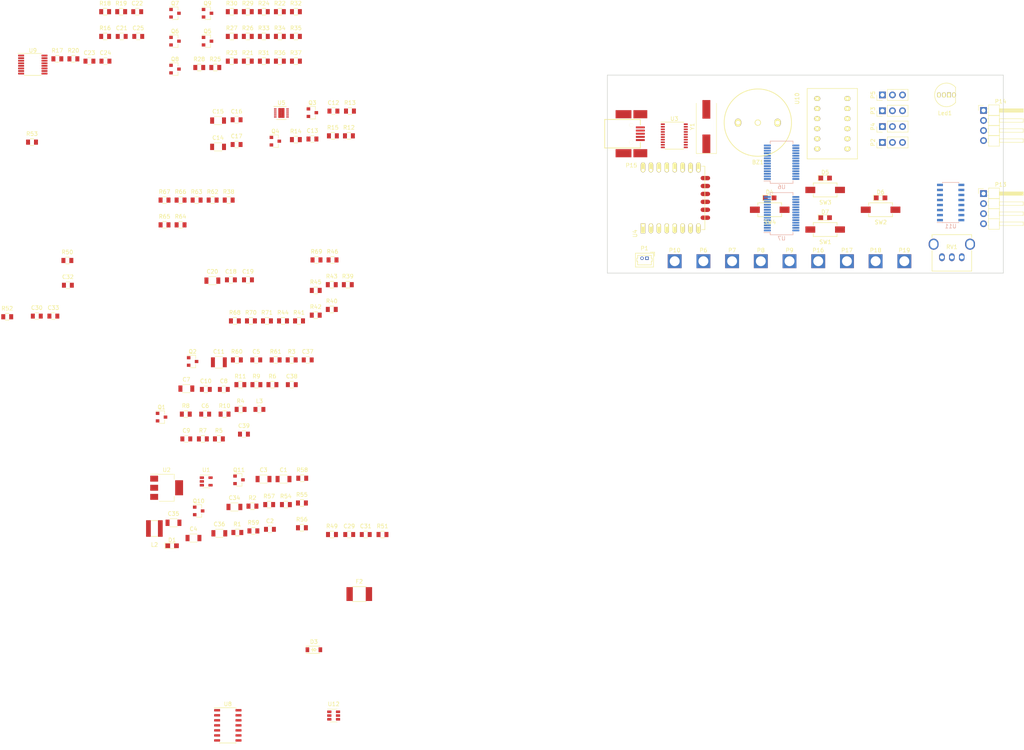
<source format=kicad_pcb>
(kicad_pcb (version 20170123) (host pcbnew no-vcs-found-7587~57~ubuntu14.04.1)
  (title_block (title WifiPlayBoard) (date 2017-02-04) (rev V0.1) (company WifiPlayBoard) (comment 1 "Creada por Antonio Morales") (comment 2 "Web del proyecto ") (comment 3 "Documentación en https://github.com/AntonioMR/Wifi-Play-Board") (comment 4 "Wifi Play Board"))
  (layers (0 F.Cu signal) (31 B.Cu signal) (34 B.Paste user) (35 F.Paste user) (36 B.SilkS user) (37 F.SilkS user) (38 B.Mask user) (39 F.Mask user) (44 Edge.Cuts user))
  (net 0 "")
  (net 1 BUZZER)
  (net 2 GND)
  (net 3 VUSB)
  (net 4 VBATT)
  (net 5 +3V3)
  (net 6 "Net-(C5-Pad1)")
  (net 7 "Net-(C6-Pad1)")
  (net 8 +5V)
  (net 9 "Net-(C9-Pad1)")
  (net 10 /Control/~RST)
  (net 11 GNDA)
  (net 12 "Net-(C31-Pad1)")
  (net 13 "Net-(C33-Pad1)")
  (net 14 V5VBOOST)
  (net 15 "Net-(C37-Pad1)")
  (net 16 "Net-(C38-Pad1)")
  (net 17 "Net-(C39-Pad1)")
  (net 18 "Net-(D1-Pad1)")
  (net 19 "Net-(D4-Pad1)")
  (net 20 PC0)
  (net 21 PC1)
  (net 22 "Net-(D5-Pad1)")
  (net 23 "Net-(D6-Pad1)")
  (net 24 PC2)
  (net 25 PC3)
  (net 26 "Net-(D7-Pad1)")
  (net 27 "Net-(L2-Pad2)")
  (net 28 "Net-(F2-Pad2)")
  (net 29 "Net-(Led1-Pad2)")
  (net 30 "Net-(Led1-Pad1)")
  (net 31 "Net-(Led1-Pad4)")
  (net 32 SERVO1)
  (net 33 SERVO2)
  (net 34 SERVO3)
  (net 35 SERVO4)
  (net 36 PD0)
  (net 37 PD1)
  (net 38 PD2)
  (net 39 PD3)
  (net 40 "Net-(P13-Pad2)")
  (net 41 "Net-(P14-Pad2)")
  (net 42 PD4)
  (net 43 PD5)
  (net 44 PD6)
  (net 45 PD7)
  (net 46 "Net-(Q1-Pad1)")
  (net 47 "Net-(Q1-Pad2)")
  (net 48 /Control/GPIO0)
  (net 49 "Net-(Q2-Pad2)")
  (net 50 "Net-(Q2-Pad1)")
  (net 51 SDA2)
  (net 52 SDA)
  (net 53 SCL)
  (net 54 SCL2)
  (net 55 "Net-(Q5-Pad1)")
  (net 56 "Net-(Q5-Pad3)")
  (net 57 "Net-(Q6-Pad1)")
  (net 58 "Net-(Q6-Pad3)")
  (net 59 "Net-(Q7-Pad3)")
  (net 60 "Net-(Q7-Pad1)")
  (net 61 "Net-(Q8-Pad1)")
  (net 62 "Net-(Q8-Pad3)")
  (net 63 "Net-(Q9-Pad3)")
  (net 64 "Net-(Q9-Pad1)")
  (net 65 "Net-(Q10-Pad3)")
  (net 66 "Net-(Q10-Pad1)")
  (net 67 "Net-(R1-Pad1)")
  (net 68 "Net-(R2-Pad1)")
  (net 69 /Control/GPIO2)
  (net 70 /Control/EN)
  (net 71 /Control/GPIO15)
  (net 72 /Control/TxD)
  (net 73 "Net-(R8-Pad2)")
  (net 74 "Net-(R9-Pad2)")
  (net 75 /Control/RxD)
  (net 76 "Net-(R16-Pad2)")
  (net 77 PA7)
  (net 78 PB0)
  (net 79 PB1)
  (net 80 PB2)
  (net 81 PB3)
  (net 82 PA1)
  (net 83 "Net-(R26-Pad1)")
  (net 84 PA3)
  (net 85 "Net-(R27-Pad1)")
  (net 86 "Net-(R28-Pad1)")
  (net 87 PA5)
  (net 88 "Net-(R31-Pad1)")
  (net 89 PA0)
  (net 90 "Net-(R32-Pad1)")
  (net 91 PA2)
  (net 92 PA4)
  (net 93 "Net-(R33-Pad1)")
  (net 94 "Net-(R34-Pad1)")
  (net 95 PA6)
  (net 96 "Net-(R57-Pad2)")
  (net 97 /Control/USBD-)
  (net 98 /Control/USBD+)
  (net 99 LED_RED)
  (net 100 LED_GREEN)
  (net 101 LED_BLUE)
  (net 102 A7)
  (net 103 "Net-(U3-Pad1)")
  (net 104 "Net-(U3-Pad2)")
  (net 105 "Net-(U3-Pad11)")
  (net 106 "Net-(U3-Pad12)")
  (net 107 "Net-(U3-Pad13)")
  (net 108 "Net-(U3-Pad14)")
  (net 109 D3)
  (net 110 "Net-(U5-Pad2)")
  (net 111 "Net-(U6-Pad20)")
  (net 112 "Net-(U6-Pad19)")
  (net 113 ~RESET)
  (net 114 PB7)
  (net 115 PB6)
  (net 116 PB5)
  (net 117 PB4)
  (net 118 "Net-(U7-Pad19)")
  (net 119 "Net-(U7-Pad20)")
  (net 120 PC4)
  (net 121 PC5)
  (net 122 PC6)
  (net 123 PC7)
  (net 124 A4)
  (net 125 A5)
  (net 126 VDD)
  (net 127 VSS)
  (net 128 "Net-(P15-Pad6)")
  (net 129 "Net-(P15-Pad4)")
  (net 130 "Net-(U4-Pad14)")
  (net 131 "Net-(U4-Pad13)")
  (net 132 "Net-(U4-Pad12)")
  (net 133 "Net-(U4-Pad11)")
  (net 134 "Net-(U4-Pad10)")
  (net 135 "Net-(U4-Pad9)")
  (net 136 MOSI)
  (net 137 MISO)
  (net 138 SCK)
  (net 139 /Control/GPIO16)
  (net 140 "Net-(U4-Pad2)")
  (net 141 CLK)
  (net 142 AD_NSS)
  (net 143 "Net-(U8-Pad6)")
  (net 144 "Net-(U8-Pad5)")
  (net 145 CH3)
  (net 146 CH2)
  (net 147 CH1)
  (net 148 CH0)
  (net 149 "Net-(U3-Pad20)")
  (net 150 "Net-(U3-Pad18)")
  (net 151 "Net-(U3-Pad17)")
  (module Buzzer:LOUDITY_LD-BZPN-1705 (layer F.Cu) (at 93 50)
    (fp_text reference BZ1 (at 0 10) (layer F.SilkS))
    (fp_text value Buzzer)
    (pad 1 thru_hole oval (at -5 0) (size 1.6 2) (drill 1) (layers *.Cu *.Mask F.SilkS) (net 1 BUZZER))
    (pad 2 thru_hole oval (at 5 0) (size 1.6 2) (drill 1) (layers *.Cu *.Mask F.SilkS) (net 2 GND))
  )
  (module Capacitors_SMD:C_1206 (layer F.Cu) (at -26.795561 140.015936)
    (fp_text reference C1 (at 0 -2.3) (layer F.SilkS))
    (fp_text value 4,7u)
    (pad 2 smd rect (at 1.5 0) (size 1 1.6) (layers F.Cu F.Paste F.Mask) (net 2 GND))
    (pad 1 smd rect (at -1.5 0) (size 1 1.6) (layers F.Cu F.Paste F.Mask) (net 3 VUSB))
  )
  (module Capacitors_SMD:C_0805 (layer F.Cu) (at -30.22461 152.715936)
    (fp_text reference C2 (at 0 -2.1) (layer F.SilkS))
    (fp_text value 100n)
    (pad 2 smd rect (at 1 0) (size 1 1.25) (layers F.Cu F.Paste F.Mask) (net 2 GND))
    (pad 1 smd rect (at -1 0) (size 1 1.25) (layers F.Cu F.Paste F.Mask) (net 4 VBATT))
  )
  (module Capacitors_SMD:C_1206 (layer F.Cu) (at -31.845561 140.015936)
    (fp_text reference C3 (at 0 -2.3) (layer F.SilkS))
    (fp_text value 10u)
    (pad 1 smd rect (at -1.5 0) (size 1 1.6) (layers F.Cu F.Paste F.Mask) (net 5 +3V3))
    (pad 2 smd rect (at 1.5 0) (size 1 1.6) (layers F.Cu F.Paste F.Mask) (net 2 GND))
  )
  (module Capacitors_SMD:C_1206 (layer F.Cu) (at -49.535561 154.915936)
    (fp_text reference C4 (at 0 -2.3) (layer F.SilkS))
    (fp_text value 4,7u)
    (pad 1 smd rect (at -1.5 0) (size 1 1.6) (layers F.Cu F.Paste F.Mask) (net 4 VBATT))
    (pad 2 smd rect (at 1.5 0) (size 1 1.6) (layers F.Cu F.Paste F.Mask) (net 2 GND))
  )
  (module Capacitors_SMD:C_0805 (layer F.Cu) (at -33.680324 109.925936)
    (fp_text reference C5 (at 0 -2.1) (layer F.SilkS))
    (fp_text value 0,022n)
    (pad 2 smd rect (at 1 0) (size 1 1.25) (layers F.Cu F.Paste F.Mask) (net 2 GND))
    (pad 1 smd rect (at -1 0) (size 1 1.25) (layers F.Cu F.Paste F.Mask) (net 6 "Net-(C5-Pad1)"))
  )
  (module Capacitors_SMD:C_0805 (layer F.Cu) (at -46.580324 123.625936)
    (fp_text reference C6 (at 0 -2.1) (layer F.SilkS))
    (fp_text value 0,022n)
    (pad 2 smd rect (at 1 0) (size 1 1.25) (layers F.Cu F.Paste F.Mask) (net 2 GND))
    (pad 1 smd rect (at -1 0) (size 1 1.25) (layers F.Cu F.Paste F.Mask) (net 7 "Net-(C6-Pad1)"))
  )
  (module Capacitors_SMD:C_1206 (layer F.Cu) (at -51.335561 117.175936)
    (fp_text reference C7 (at 0 -2.3) (layer F.SilkS))
    (fp_text value 10u)
    (pad 2 smd rect (at 1.5 0) (size 1 1.6) (layers F.Cu F.Paste F.Mask) (net 2 GND))
    (pad 1 smd rect (at -1.5 0) (size 1 1.6) (layers F.Cu F.Paste F.Mask) (net 8 +5V))
  )
  (module Capacitors_SMD:C_0805 (layer F.Cu) (at -41.87461 117.375936)
    (fp_text reference C8 (at 0 -2.1) (layer F.SilkS))
    (fp_text value 100n)
    (pad 2 smd rect (at 1 0) (size 1 1.25) (layers F.Cu F.Paste F.Mask) (net 2 GND))
    (pad 1 smd rect (at -1 0) (size 1 1.25) (layers F.Cu F.Paste F.Mask) (net 8 +5V))
  )
  (module Capacitors_SMD:C_0805 (layer F.Cu) (at -51.34461 129.875936)
    (fp_text reference C9 (at 0 -2.1) (layer F.SilkS))
    (fp_text value 100n)
    (pad 1 smd rect (at -1 0) (size 1 1.25) (layers F.Cu F.Paste F.Mask) (net 9 "Net-(C9-Pad1)"))
    (pad 2 smd rect (at 1 0) (size 1 1.25) (layers F.Cu F.Paste F.Mask) (net 2 GND))
  )
  (module Capacitors_SMD:C_0805 (layer F.Cu) (at -46.416515 117.375936)
    (fp_text reference C10 (at 0 -2.1) (layer F.SilkS))
    (fp_text value 0.47n)
    (pad 1 smd rect (at -1 0) (size 1 1.25) (layers F.Cu F.Paste F.Mask) (net 10 /Control/~RST))
    (pad 2 smd rect (at 1 0) (size 1 1.25) (layers F.Cu F.Paste F.Mask) (net 2 GND))
  )
  (module Capacitors_SMD:C_1210 (layer F.Cu) (at -43.125561 110.525936)
    (fp_text reference C11 (at 0 -2.7) (layer F.SilkS))
    (fp_text value 100u)
    (pad 2 smd rect (at 1.5 0) (size 1 2.5) (layers F.Cu F.Paste F.Mask) (net 2 GND))
    (pad 1 smd rect (at -1.5 0) (size 1 2.5) (layers F.Cu F.Paste F.Mask) (net 5 +3V3))
  )
  (module Capacitors_SMD:C_0805 (layer F.Cu) (at -14.19461 47.085936)
    (fp_text reference C12 (at 0 -2.1) (layer F.SilkS))
    (fp_text value 100n)
    (pad 1 smd rect (at -1 0) (size 1 1.25) (layers F.Cu F.Paste F.Mask) (net 5 +3V3))
    (pad 2 smd rect (at 1 0) (size 1 1.25) (layers F.Cu F.Paste F.Mask) (net 2 GND))
  )
  (module Capacitors_SMD:C_0805 (layer F.Cu) (at -19.49461 54.135936)
    (fp_text reference C13 (at 0 -2.1) (layer F.SilkS))
    (fp_text value 100n)
    (pad 1 smd rect (at -1 0) (size 1 1.25) (layers F.Cu F.Paste F.Mask) (net 5 +3V3))
    (pad 2 smd rect (at 1 0) (size 1 1.25) (layers F.Cu F.Paste F.Mask) (net 2 GND))
  )
  (module Capacitors_SMD:C_1206 (layer F.Cu) (at -43.325561 56.125936)
    (fp_text reference C14 (at 0 -2.3) (layer F.SilkS))
    (fp_text value 4,7u)
    (pad 2 smd rect (at 1.5 0) (size 1 1.6) (layers F.Cu F.Paste F.Mask) (net 2 GND))
    (pad 1 smd rect (at -1.5 0) (size 1 1.6) (layers F.Cu F.Paste F.Mask) (net 8 +5V))
  )
  (module Capacitors_SMD:C_1206 (layer F.Cu) (at -43.325561 49.475936)
    (fp_text reference C15 (at 0 -2.3) (layer F.SilkS))
    (fp_text value 4,7u)
    (pad 1 smd rect (at -1.5 0) (size 1 1.6) (layers F.Cu F.Paste F.Mask) (net 8 +5V))
    (pad 2 smd rect (at 1.5 0) (size 1 1.6) (layers F.Cu F.Paste F.Mask) (net 2 GND))
  )
  (module Capacitors_SMD:C_0805 (layer F.Cu) (at -38.64461 49.275936)
    (fp_text reference C16 (at 0 -2.1) (layer F.SilkS))
    (fp_text value 100n)
    (pad 2 smd rect (at 1 0) (size 1 1.25) (layers F.Cu F.Paste F.Mask) (net 2 GND))
    (pad 1 smd rect (at -1 0) (size 1 1.25) (layers F.Cu F.Paste F.Mask) (net 8 +5V))
  )
  (module Capacitors_SMD:C_0805 (layer F.Cu) (at -38.64461 55.525936)
    (fp_text reference C17 (at 0 -2.1) (layer F.SilkS))
    (fp_text value 100n)
    (pad 2 smd rect (at 1 0) (size 1 1.25) (layers F.Cu F.Paste F.Mask) (net 2 GND))
    (pad 1 smd rect (at -1 0) (size 1 1.25) (layers F.Cu F.Paste F.Mask) (net 8 +5V))
  )
  (module Capacitors_SMD:C_0805 (layer F.Cu) (at -40.08461 89.705936)
    (fp_text reference C18 (at 0 -2.1) (layer F.SilkS))
    (fp_text value 100n)
    (pad 2 smd rect (at 1 0) (size 1 1.25) (layers F.Cu F.Paste F.Mask) (net 11 GNDA))
    (pad 1 smd rect (at -1 0) (size 1 1.25) (layers F.Cu F.Paste F.Mask) (net 5 +3V3))
  )
  (module Capacitors_SMD:C_0805 (layer F.Cu) (at -35.77461 89.705936)
    (fp_text reference C19 (at 0 -2.1) (layer F.SilkS))
    (fp_text value 100n)
    (pad 1 smd rect (at -1 0) (size 1 1.25) (layers F.Cu F.Paste F.Mask) (net 5 +3V3))
    (pad 2 smd rect (at 1 0) (size 1 1.25) (layers F.Cu F.Paste F.Mask) (net 2 GND))
  )
  (module Capacitors_SMD:C_1206 (layer F.Cu) (at -44.765561 89.905936)
    (fp_text reference C20 (at 0 -2.3) (layer F.SilkS))
    (fp_text value 4,7u)
    (pad 1 smd rect (at -1.5 0) (size 1 1.6) (layers F.Cu F.Paste F.Mask) (net 5 +3V3))
    (pad 2 smd rect (at 1.5 0) (size 1 1.6) (layers F.Cu F.Paste F.Mask) (net 2 GND))
  )
  (module Capacitors_SMD:C_0805 (layer F.Cu) (at -67.66461 28.225936)
    (fp_text reference C21 (at 0 -2.1) (layer F.SilkS))
    (fp_text value 100n)
    (pad 1 smd rect (at -1 0) (size 1 1.25) (layers F.Cu F.Paste F.Mask) (net 8 +5V))
    (pad 2 smd rect (at 1 0) (size 1 1.25) (layers F.Cu F.Paste F.Mask) (net 2 GND))
  )
  (module Capacitors_SMD:C_0805 (layer F.Cu) (at -63.745561 21.975936)
    (fp_text reference C22 (at 0 -2.1) (layer F.SilkS))
    (fp_text value 1u)
    (pad 2 smd rect (at 1 0) (size 1 1.25) (layers F.Cu F.Paste F.Mask) (net 2 GND))
    (pad 1 smd rect (at -1 0) (size 1 1.25) (layers F.Cu F.Paste F.Mask) (net 8 +5V))
  )
  (module Capacitors_SMD:C_0805 (layer F.Cu) (at -75.815561 34.475936)
    (fp_text reference C23 (at 0 -2.1) (layer F.SilkS))
    (fp_text value 1u)
    (pad 1 smd rect (at -1 0) (size 1 1.25) (layers F.Cu F.Paste F.Mask) (net 8 +5V))
    (pad 2 smd rect (at 1 0) (size 1 1.25) (layers F.Cu F.Paste F.Mask) (net 2 GND))
  )
  (module Capacitors_SMD:C_0805 (layer F.Cu) (at -71.765561 34.475936)
    (fp_text reference C24 (at 0 -2.1) (layer F.SilkS))
    (fp_text value 1u)
    (pad 2 smd rect (at 1 0) (size 1 1.25) (layers F.Cu F.Paste F.Mask) (net 2 GND))
    (pad 1 smd rect (at -1 0) (size 1 1.25) (layers F.Cu F.Paste F.Mask) (net 8 +5V))
  )
  (module Capacitors_SMD:C_0805 (layer F.Cu) (at -63.485561 28.225936)
    (fp_text reference C25 (at 0 -2.1) (layer F.SilkS))
    (fp_text value 1u)
    (pad 1 smd rect (at -1 0) (size 1 1.25) (layers F.Cu F.Paste F.Mask) (net 8 +5V))
    (pad 2 smd rect (at 1 0) (size 1 1.25) (layers F.Cu F.Paste F.Mask) (net 2 GND))
  )
  (module Capacitors_SMD:C_0805 (layer F.Cu) (at -10.20461 154.025936)
    (fp_text reference C29 (at 0 -2.1) (layer F.SilkS))
    (fp_text value 100n)
    (pad 2 smd rect (at 1 0) (size 1 1.25) (layers F.Cu F.Paste F.Mask) (net 2 GND))
    (pad 1 smd rect (at -1 0) (size 1 1.25) (layers F.Cu F.Paste F.Mask) (net 8 +5V))
  )
  (module Capacitors_SMD:C_0805 (layer F.Cu) (at -89.10461 98.865936)
    (fp_text reference C30 (at 0 -2.1) (layer F.SilkS))
    (fp_text value 100n)
    (pad 2 smd rect (at 1 0) (size 1 1.25) (layers F.Cu F.Paste F.Mask) (net 2 GND))
    (pad 1 smd rect (at -1 0) (size 1 1.25) (layers F.Cu F.Paste F.Mask) (net 8 +5V))
  )
  (module Capacitors_SMD:C_0805 (layer F.Cu) (at -6.025561 154.025936)
    (fp_text reference C31 (at 0 -2.1) (layer F.SilkS))
    (fp_text value 10n)
    (pad 1 smd rect (at -1 0) (size 1 1.25) (layers F.Cu F.Paste F.Mask) (net 12 "Net-(C31-Pad1)"))
    (pad 2 smd rect (at 1 0) (size 1 1.25) (layers F.Cu F.Paste F.Mask) (net 2 GND))
  )
  (module Capacitors_SMD:C_0805 (layer F.Cu) (at -81.25461 91.065936)
    (fp_text reference C32 (at 0 -2.1) (layer F.SilkS))
    (fp_text value 100n)
    (pad 1 smd rect (at -1 0) (size 1 1.25) (layers F.Cu F.Paste F.Mask) (net 8 +5V))
    (pad 2 smd rect (at 1 0) (size 1 1.25) (layers F.Cu F.Paste F.Mask) (net 2 GND))
  )
  (module Capacitors_SMD:C_0805 (layer F.Cu) (at -84.925561 98.865936)
    (fp_text reference C33 (at 0 -2.1) (layer F.SilkS))
    (fp_text value 10n)
    (pad 1 smd rect (at -1 0) (size 1 1.25) (layers F.Cu F.Paste F.Mask) (net 13 "Net-(C33-Pad1)"))
    (pad 2 smd rect (at 1 0) (size 1 1.25) (layers F.Cu F.Paste F.Mask) (net 2 GND))
  )
  (module Capacitors_SMD:C_1206 (layer F.Cu) (at -39.195561 147.065936)
    (fp_text reference C34 (at 0 -2.3) (layer F.SilkS))
    (fp_text value 4u7)
    (pad 2 smd rect (at 1.5 0) (size 1 1.6) (layers F.Cu F.Paste F.Mask) (net 2 GND))
    (pad 1 smd rect (at -1.5 0) (size 1 1.6) (layers F.Cu F.Paste F.Mask) (net 4 VBATT))
  )
  (module Capacitors_SMD:C_1206 (layer F.Cu) (at -54.585561 151.065936)
    (fp_text reference C35 (at 0 -2.3) (layer F.SilkS))
    (fp_text value 10u)
    (pad 1 smd rect (at -1.5 0) (size 1 1.6) (layers F.Cu F.Paste F.Mask) (net 14 V5VBOOST))
    (pad 2 smd rect (at 1.5 0) (size 1 1.6) (layers F.Cu F.Paste F.Mask) (net 2 GND))
  )
  (module Capacitors_SMD:C_1206 (layer F.Cu) (at -43.005561 153.715936)
    (fp_text reference C36 (at 0 -2.3) (layer F.SilkS))
    (fp_text value 4u7)
    (pad 2 smd rect (at 1.5 0) (size 1 1.6) (layers F.Cu F.Paste F.Mask) (net 2 GND))
    (pad 1 smd rect (at -1.5 0) (size 1 1.6) (layers F.Cu F.Paste F.Mask) (net 14 V5VBOOST))
  )
  (module Capacitors_SMD:C_0805 (layer F.Cu) (at -20.685561 109.925936)
    (fp_text reference C37 (at 0 -2.1) (layer F.SilkS))
    (fp_text value 10n)
    (pad 1 smd rect (at -1 0) (size 1 1.25) (layers F.Cu F.Paste F.Mask) (net 15 "Net-(C37-Pad1)"))
    (pad 2 smd rect (at 1 0) (size 1 1.25) (layers F.Cu F.Paste F.Mask) (net 2 GND))
  )
  (module Capacitors_SMD:C_0805 (layer F.Cu) (at -24.700324 116.175936)
    (fp_text reference C38 (at 0 -2.1) (layer F.SilkS))
    (fp_text value 0,047n)
    (pad 2 smd rect (at 1 0) (size 1 1.25) (layers F.Cu F.Paste F.Mask) (net 2 GND))
    (pad 1 smd rect (at -1 0) (size 1 1.25) (layers F.Cu F.Paste F.Mask) (net 16 "Net-(C38-Pad1)"))
  )
  (module Capacitors_SMD:C_0805 (layer F.Cu) (at -36.790324 128.675936)
    (fp_text reference C39 (at 0 -2.1) (layer F.SilkS))
    (fp_text value 0,047n)
    (pad 2 smd rect (at 1 0) (size 1 1.25) (layers F.Cu F.Paste F.Mask) (net 2 GND))
    (pad 1 smd rect (at -1 0) (size 1 1.25) (layers F.Cu F.Paste F.Mask) (net 17 "Net-(C39-Pad1)"))
  )
  (module LEDs:LED_0805 (layer F.Cu) (at -54.935561 156.865936)
    (fp_text reference D1 (at 0 -1.45) (layer F.SilkS))
    (fp_text value LED)
    (pad 1 smd rect (at -1.1 0 180) (size 1.2 1.2) (layers F.Cu F.Paste F.Mask) (net 18 "Net-(D1-Pad1)"))
    (pad 2 smd rect (at 1.1 0 180) (size 1.2 1.2) (layers F.Cu F.Paste F.Mask) (net 3 VUSB))
  )
  (module LEDs:LED_0805 (layer F.Cu) (at 96 69)
    (fp_text reference D4 (at 0 -1.45) (layer F.SilkS))
    (fp_text value LED)
    (pad 1 smd rect (at -1.1 0 180) (size 1.2 1.2) (layers F.Cu F.Paste F.Mask) (net 19 "Net-(D4-Pad1)"))
    (pad 2 smd rect (at 1.1 0 180) (size 1.2 1.2) (layers F.Cu F.Paste F.Mask) (net 20 PC0))
  )
  (module LEDs:LED_0805 (layer F.Cu) (at 110 64)
    (fp_text reference D5 (at 0 -1.45) (layer F.SilkS))
    (fp_text value LED)
    (pad 2 smd rect (at 1.1 0 180) (size 1.2 1.2) (layers F.Cu F.Paste F.Mask) (net 21 PC1))
    (pad 1 smd rect (at -1.1 0 180) (size 1.2 1.2) (layers F.Cu F.Paste F.Mask) (net 22 "Net-(D5-Pad1)"))
  )
  (module LEDs:LED_0805 (layer F.Cu) (at 124 69)
    (fp_text reference D6 (at 0 -1.45) (layer F.SilkS))
    (fp_text value LED)
    (pad 1 smd rect (at -1.1 0 180) (size 1.2 1.2) (layers F.Cu F.Paste F.Mask) (net 23 "Net-(D6-Pad1)"))
    (pad 2 smd rect (at 1.1 0 180) (size 1.2 1.2) (layers F.Cu F.Paste F.Mask) (net 24 PC2))
  )
  (module LEDs:LED_0805 (layer F.Cu) (at 110 74)
    (fp_text reference D7 (at 0 -1.45) (layer F.SilkS))
    (fp_text value LED)
    (pad 2 smd rect (at 1.1 0 180) (size 1.2 1.2) (layers F.Cu F.Paste F.Mask) (net 25 PC3))
    (pad 1 smd rect (at -1.1 0 180) (size 1.2 1.2) (layers F.Cu F.Paste F.Mask) (net 26 "Net-(D7-Pad1)"))
  )
  (module Magneticos:BOURNS_SRN4012T (layer F.Cu) (at -59.410562 152.505936)
    (fp_text reference L2 (at 0.02 4.1) (layer F.SilkS))
    (fp_text value 4u7)
    (pad 1 smd roundrect (at -1.5 0) (size 1.2 4.2) (layers F.Cu F.Paste F.Mask) (roundrect_rratio 0.05) (net 4 VBATT))
    (pad 2 smd roundrect (at 1.5 0) (size 1.2 4.2) (layers F.Cu F.Paste F.Mask) (roundrect_rratio 0.05) (net 27 "Net-(L2-Pad2)"))
  )
  (module Capacitors_SMD:C_0805 (layer F.Cu) (at -32.883181 122.425936)
    (fp_text reference L3 (at 0 -2.1) (layer F.SilkS))
    (fp_text value Ferrita)
    (pad 1 smd rect (at -1 0) (size 1 1.25) (layers F.Cu F.Paste F.Mask) (net 28 "Net-(F2-Pad2)"))
    (pad 2 smd rect (at 1 0) (size 1 1.25) (layers F.Cu F.Paste F.Mask) (net 15 "Net-(C37-Pad1)"))
  )
  (module Leds:LED_RGB_5mm_G_B_COM_R_Anodo_comun (layer F.Cu) (at 140.635 43)
    (fp_text reference Led1 (at -0.4 4.6) (layer F.SilkS))
    (fp_text value Led_RGB)
    (pad 2 thru_hole oval (at -0.635 0) (size 0.9 1.3) (drill 0.6) (layers *.Cu *.Mask F.SilkS) (net 29 "Net-(Led1-Pad2)"))
    (pad 3 thru_hole rect (at 0.635 0) (size 0.9 1.3) (drill 0.6) (layers *.Cu *.Mask F.SilkS) (net 8 +5V))
    (pad 1 thru_hole oval (at -1.905 0) (size 0.9 1.3) (drill 0.6) (layers *.Cu *.Mask F.SilkS) (net 30 "Net-(Led1-Pad1)"))
    (pad 4 thru_hole oval (at 1.905 0) (size 0.9 1.3) (drill 0.6) (layers *.Cu *.Mask F.SilkS) (net 31 "Net-(Led1-Pad4)"))
  )
  (module Pin_Headers:Pin_Header_Straight_1x03_Pitch2.54mm (layer F.Cu) (at 124.46 55 90)
    (fp_text reference P2 (at 0 -2.39 90) (layer F.SilkS))
    (fp_text value CONN_01X03)
    (pad 1 thru_hole rect (at 0 0 90) (size 1.7 1.7) (drill 1) (layers *.Cu *.Mask) (net 32 SERVO1))
    (pad 2 thru_hole oval (at 0 2.54 90) (size 1.7 1.7) (drill 1) (layers *.Cu *.Mask) (net 8 +5V))
    (pad 3 thru_hole oval (at 0 5.08 90) (size 1.7 1.7) (drill 1) (layers *.Cu *.Mask) (net 2 GND))
  )
  (module Pin_Headers:Pin_Header_Straight_1x03_Pitch2.54mm (layer F.Cu) (at 124.46 47 90)
    (fp_text reference P3 (at 0 -2.39 90) (layer F.SilkS))
    (fp_text value CONN_01X03)
    (pad 3 thru_hole oval (at 0 5.08 90) (size 1.7 1.7) (drill 1) (layers *.Cu *.Mask) (net 2 GND))
    (pad 2 thru_hole oval (at 0 2.54 90) (size 1.7 1.7) (drill 1) (layers *.Cu *.Mask) (net 8 +5V))
    (pad 1 thru_hole rect (at 0 0 90) (size 1.7 1.7) (drill 1) (layers *.Cu *.Mask) (net 33 SERVO2))
  )
  (module Pin_Headers:Pin_Header_Straight_1x03_Pitch2.54mm (layer F.Cu) (at 124.46 51 90)
    (fp_text reference P4 (at 0 -2.39 90) (layer F.SilkS))
    (fp_text value CONN_01X03)
    (pad 1 thru_hole rect (at 0 0 90) (size 1.7 1.7) (drill 1) (layers *.Cu *.Mask) (net 34 SERVO3))
    (pad 2 thru_hole oval (at 0 2.54 90) (size 1.7 1.7) (drill 1) (layers *.Cu *.Mask) (net 8 +5V))
    (pad 3 thru_hole oval (at 0 5.08 90) (size 1.7 1.7) (drill 1) (layers *.Cu *.Mask) (net 2 GND))
  )
  (module Pin_Headers:Pin_Header_Straight_1x03_Pitch2.54mm (layer F.Cu) (at 124.46 43 90)
    (fp_text reference P5 (at 0 -2.39 90) (layer F.SilkS))
    (fp_text value CONN_01X03)
    (pad 3 thru_hole oval (at 0 5.08 90) (size 1.7 1.7) (drill 1) (layers *.Cu *.Mask) (net 2 GND))
    (pad 2 thru_hole oval (at 0 2.54 90) (size 1.7 1.7) (drill 1) (layers *.Cu *.Mask) (net 8 +5V))
    (pad 1 thru_hole rect (at 0 0 90) (size 1.7 1.7) (drill 1) (layers *.Cu *.Mask) (net 35 SERVO4))
  )
  (module Conectores:Pad_Conector_Cocodrilo (layer F.Cu) (at 79.25 85)
    (fp_text reference P6 (at 0.01 -2.76) (layer F.SilkS))
    (fp_text value CONN_01X01)
    (pad 1 thru_hole rect (at 0 0) (size 3.5 3.5) (drill 2.5) (layers *.Cu *.Mask) (net 36 PD0))
  )
  (module Conectores:Pad_Conector_Cocodrilo (layer F.Cu) (at 86.5 85)
    (fp_text reference P7 (at 0.01 -2.76) (layer F.SilkS))
    (fp_text value CONN_01X01)
    (pad 1 thru_hole rect (at 0 0) (size 3.5 3.5) (drill 2.5) (layers *.Cu *.Mask) (net 37 PD1))
  )
  (module Conectores:Pad_Conector_Cocodrilo (layer F.Cu) (at 93.75 85)
    (fp_text reference P8 (at 0.01 -2.76) (layer F.SilkS))
    (fp_text value CONN_01X01)
    (pad 1 thru_hole rect (at 0 0) (size 3.5 3.5) (drill 2.5) (layers *.Cu *.Mask) (net 38 PD2))
  )
  (module Conectores:Pad_Conector_Cocodrilo (layer F.Cu) (at 101 85)
    (fp_text reference P9 (at 0.01 -2.76) (layer F.SilkS))
    (fp_text value CONN_01X01)
    (pad 1 thru_hole rect (at 0 0) (size 3.5 3.5) (drill 2.5) (layers *.Cu *.Mask) (net 39 PD3))
  )
  (module Conectores:Pad_Conector_Cocodrilo (layer F.Cu) (at 72 85)
    (fp_text reference P10 (at 0.01 -2.76) (layer F.SilkS))
    (fp_text value CONN_01X01)
    (pad 1 thru_hole rect (at 0 0) (size 3.5 3.5) (drill 2.5) (layers *.Cu *.Mask) (net 2 GND))
  )
  (module Pin_Headers:Pin_Header_Angled_1x04_Pitch2.54mm (layer F.Cu) (at 150 67.92)
    (fp_text reference P13 (at 4.315 -2.27) (layer F.SilkS))
    (fp_text value CONN_01X04)
    (pad 1 thru_hole rect (at 0 0) (size 1.7 1.7) (drill 1) (layers *.Cu *.Mask) (net 8 +5V))
    (pad 2 thru_hole oval (at 0 2.54) (size 1.7 1.7) (drill 1) (layers *.Cu *.Mask) (net 40 "Net-(P13-Pad2)"))
    (pad 3 thru_hole oval (at 0 5.08) (size 1.7 1.7) (drill 1) (layers *.Cu *.Mask) (net 8 +5V))
    (pad 4 thru_hole oval (at 0 7.62) (size 1.7 1.7) (drill 1) (layers *.Cu *.Mask) (net 12 "Net-(C31-Pad1)"))
  )
  (module Pin_Headers:Pin_Header_Angled_1x04_Pitch2.54mm (layer F.Cu) (at 150 46.92)
    (fp_text reference P14 (at 4.315 -2.27) (layer F.SilkS))
    (fp_text value CONN_01X04)
    (pad 4 thru_hole oval (at 0 7.62) (size 1.7 1.7) (drill 1) (layers *.Cu *.Mask) (net 13 "Net-(C33-Pad1)"))
    (pad 3 thru_hole oval (at 0 5.08) (size 1.7 1.7) (drill 1) (layers *.Cu *.Mask) (net 8 +5V))
    (pad 2 thru_hole oval (at 0 2.54) (size 1.7 1.7) (drill 1) (layers *.Cu *.Mask) (net 41 "Net-(P14-Pad2)"))
    (pad 1 thru_hole rect (at 0 0) (size 1.7 1.7) (drill 1) (layers *.Cu *.Mask) (net 8 +5V))
  )
  (module Conectores:Pad_Conector_Cocodrilo (layer F.Cu) (at 108.25 85)
    (fp_text reference P16 (at 0.01 -2.76) (layer F.SilkS))
    (fp_text value CONN_01X01)
    (pad 1 thru_hole rect (at 0 0) (size 3.5 3.5) (drill 2.5) (layers *.Cu *.Mask) (net 42 PD4))
  )
  (module Conectores:Pad_Conector_Cocodrilo (layer F.Cu) (at 115.5 85)
    (fp_text reference P17 (at 0.01 -2.76) (layer F.SilkS))
    (fp_text value CONN_01X01)
    (pad 1 thru_hole rect (at 0 0) (size 3.5 3.5) (drill 2.5) (layers *.Cu *.Mask) (net 43 PD5))
  )
  (module Conectores:Pad_Conector_Cocodrilo (layer F.Cu) (at 122.75 85)
    (fp_text reference P18 (at 0.01 -2.76) (layer F.SilkS))
    (fp_text value CONN_01X01)
    (pad 1 thru_hole rect (at 0 0) (size 3.5 3.5) (drill 2.5) (layers *.Cu *.Mask) (net 44 PD6))
  )
  (module Conectores:Pad_Conector_Cocodrilo (layer F.Cu) (at 130 85)
    (fp_text reference P19 (at 0.01 -2.76) (layer F.SilkS))
    (fp_text value CONN_01X01)
    (pad 1 thru_hole rect (at 0 0) (size 3.5 3.5) (drill 2.5) (layers *.Cu *.Mask) (net 45 PD7))
  )
  (module TO_SOT_Packages_SMD:SOT-23 (layer F.Cu) (at -57.602229 124.375936)
    (fp_text reference Q1 (at 0 -2.5) (layer F.SilkS))
    (fp_text value SMBT3904)
    (pad 1 smd rect (at -1 -0.95) (size 0.9 0.8) (layers F.Cu F.Paste F.Mask) (net 46 "Net-(Q1-Pad1)"))
    (pad 2 smd rect (at -1 0.95) (size 0.9 0.8) (layers F.Cu F.Paste F.Mask) (net 47 "Net-(Q1-Pad2)"))
    (pad 3 smd rect (at 1 0) (size 0.9 0.8) (layers F.Cu F.Paste F.Mask) (net 10 /Control/~RST))
  )
  (module TO_SOT_Packages_SMD:SOT-23 (layer F.Cu) (at -49.752229 110.325936)
    (fp_text reference Q2 (at 0 -2.5) (layer F.SilkS))
    (fp_text value SMBT3904)
    (pad 3 smd rect (at 1 0) (size 0.9 0.8) (layers F.Cu F.Paste F.Mask) (net 48 /Control/GPIO0))
    (pad 2 smd rect (at -1 0.95) (size 0.9 0.8) (layers F.Cu F.Paste F.Mask) (net 49 "Net-(Q2-Pad2)"))
    (pad 1 smd rect (at -1 -0.95) (size 0.9 0.8) (layers F.Cu F.Paste F.Mask) (net 50 "Net-(Q2-Pad1)"))
  )
  (module TO_SOT_Packages_SMD:SOT-23 (layer F.Cu) (at -19.50461 47.485936)
    (fp_text reference Q3 (at 0 -2.5) (layer F.SilkS))
    (fp_text value BSS138)
    (pad 3 smd rect (at 1 0) (size 0.9 0.8) (layers F.Cu F.Paste F.Mask) (net 51 SDA2))
    (pad 2 smd rect (at -1 0.95) (size 0.9 0.8) (layers F.Cu F.Paste F.Mask) (net 52 SDA))
    (pad 1 smd rect (at -1 -0.95) (size 0.9 0.8) (layers F.Cu F.Paste F.Mask) (net 5 +3V3))
  )
  (module TO_SOT_Packages_SMD:SOT-23 (layer F.Cu) (at -28.85461 54.685936)
    (fp_text reference Q4 (at 0 -2.5) (layer F.SilkS))
    (fp_text value BSS138)
    (pad 1 smd rect (at -1 -0.95) (size 0.9 0.8) (layers F.Cu F.Paste F.Mask) (net 5 +3V3))
    (pad 2 smd rect (at -1 0.95) (size 0.9 0.8) (layers F.Cu F.Paste F.Mask) (net 53 SCL))
    (pad 3 smd rect (at 1 0) (size 0.9 0.8) (layers F.Cu F.Paste F.Mask) (net 54 SCL2))
  )
  (module TO_SOT_Packages_SMD:SOT-23 (layer F.Cu) (at -45.992229 29.425936)
    (fp_text reference Q5 (at 0 -2.5) (layer F.SilkS))
    (fp_text value SMBT3904)
    (pad 1 smd rect (at -1 -0.95) (size 0.9 0.8) (layers F.Cu F.Paste F.Mask) (net 55 "Net-(Q5-Pad1)"))
    (pad 2 smd rect (at -1 0.95) (size 0.9 0.8) (layers F.Cu F.Paste F.Mask) (net 2 GND))
    (pad 3 smd rect (at 1 0) (size 0.9 0.8) (layers F.Cu F.Paste F.Mask) (net 56 "Net-(Q5-Pad3)"))
  )
  (module TO_SOT_Packages_SMD:SOT-23 (layer F.Cu) (at -54.202229 29.425936)
    (fp_text reference Q6 (at 0 -2.5) (layer F.SilkS))
    (fp_text value SMBT3904)
    (pad 1 smd rect (at -1 -0.95) (size 0.9 0.8) (layers F.Cu F.Paste F.Mask) (net 57 "Net-(Q6-Pad1)"))
    (pad 2 smd rect (at -1 0.95) (size 0.9 0.8) (layers F.Cu F.Paste F.Mask) (net 2 GND))
    (pad 3 smd rect (at 1 0) (size 0.9 0.8) (layers F.Cu F.Paste F.Mask) (net 58 "Net-(Q6-Pad3)"))
  )
  (module TO_SOT_Packages_SMD:SOT-23 (layer F.Cu) (at -54.202229 22.375936)
    (fp_text reference Q7 (at 0 -2.5) (layer F.SilkS))
    (fp_text value SMBT3904)
    (pad 3 smd rect (at 1 0) (size 0.9 0.8) (layers F.Cu F.Paste F.Mask) (net 59 "Net-(Q7-Pad3)"))
    (pad 2 smd rect (at -1 0.95) (size 0.9 0.8) (layers F.Cu F.Paste F.Mask) (net 2 GND))
    (pad 1 smd rect (at -1 -0.95) (size 0.9 0.8) (layers F.Cu F.Paste F.Mask) (net 60 "Net-(Q7-Pad1)"))
  )
  (module TO_SOT_Packages_SMD:SOT-23 (layer F.Cu) (at -54.202229 36.475936)
    (fp_text reference Q8 (at 0 -2.5) (layer F.SilkS))
    (fp_text value SMBT3904)
    (pad 1 smd rect (at -1 -0.95) (size 0.9 0.8) (layers F.Cu F.Paste F.Mask) (net 61 "Net-(Q8-Pad1)"))
    (pad 2 smd rect (at -1 0.95) (size 0.9 0.8) (layers F.Cu F.Paste F.Mask) (net 2 GND))
    (pad 3 smd rect (at 1 0) (size 0.9 0.8) (layers F.Cu F.Paste F.Mask) (net 62 "Net-(Q8-Pad3)"))
  )
  (module TO_SOT_Packages_SMD:SOT-23 (layer F.Cu) (at -45.992229 22.375936)
    (fp_text reference Q9 (at 0 -2.5) (layer F.SilkS))
    (fp_text value SMBT3904)
    (pad 3 smd rect (at 1 0) (size 0.9 0.8) (layers F.Cu F.Paste F.Mask) (net 63 "Net-(Q9-Pad3)"))
    (pad 2 smd rect (at -1 0.95) (size 0.9 0.8) (layers F.Cu F.Paste F.Mask) (net 2 GND))
    (pad 1 smd rect (at -1 -0.95) (size 0.9 0.8) (layers F.Cu F.Paste F.Mask) (net 64 "Net-(Q9-Pad1)"))
  )
  (module TO_SOT_Packages_SMD:SOT-23 (layer F.Cu) (at -48.226991 148.065936)
    (fp_text reference Q10 (at 0 -2.5) (layer F.SilkS))
    (fp_text value BC849)
    (pad 3 smd rect (at 1 0) (size 0.9 0.8) (layers F.Cu F.Paste F.Mask) (net 65 "Net-(Q10-Pad3)"))
    (pad 2 smd rect (at -1 0.95) (size 0.9 0.8) (layers F.Cu F.Paste F.Mask) (net 2 GND))
    (pad 1 smd rect (at -1 -0.95) (size 0.9 0.8) (layers F.Cu F.Paste F.Mask) (net 66 "Net-(Q10-Pad1)"))
  )
  (module TO_SOT_Packages_SMD:SOT-23 (layer F.Cu) (at -38.0408 140.215936)
    (fp_text reference Q11 (at 0 -2.5) (layer F.SilkS))
    (fp_text value NX2301P)
    (pad 3 smd rect (at 1 0) (size 0.9 0.8) (layers F.Cu F.Paste F.Mask) (net 8 +5V))
    (pad 2 smd rect (at -1 0.95) (size 0.9 0.8) (layers F.Cu F.Paste F.Mask) (net 14 V5VBOOST))
    (pad 1 smd rect (at -1 -0.95) (size 0.9 0.8) (layers F.Cu F.Paste F.Mask) (net 3 VUSB))
  )
  (module Resistencias:R_0805 (layer F.Cu) (at -38.455561 153.515936)
    (fp_text reference R1 (at 0 -2.1) (layer F.SilkS))
    (fp_text value 470)
    (pad 2 smd rect (at 1 0) (size 1 1.3) (layers F.Cu F.Paste F.Mask) (net 18 "Net-(D1-Pad1)"))
    (pad 1 smd rect (at -1 0) (size 1 1.3) (layers F.Cu F.Paste F.Mask) (net 67 "Net-(R1-Pad1)"))
  )
  (module Resistencias:R_0805 (layer F.Cu) (at -34.645561 146.865936)
    (fp_text reference R2 (at 0 -2.1) (layer F.SilkS))
    (fp_text value 470)
    (pad 1 smd rect (at -1 0) (size 1 1.3) (layers F.Cu F.Paste F.Mask) (net 68 "Net-(R2-Pad1)"))
    (pad 2 smd rect (at 1 0) (size 1 1.3) (layers F.Cu F.Paste F.Mask) (net 2 GND))
  )
  (module Resistencias:R_0805 (layer F.Cu) (at -24.735561 109.925936)
    (fp_text reference R3 (at 0 -2.1) (layer F.SilkS))
    (fp_text value 10K)
    (pad 2 smd rect (at 1 0) (size 1 1.3) (layers F.Cu F.Paste F.Mask) (net 5 +3V3))
    (pad 1 smd rect (at -1 0) (size 1 1.3) (layers F.Cu F.Paste F.Mask) (net 48 /Control/GPIO0))
  )
  (module Resistencias:R_0805 (layer F.Cu) (at -37.635561 122.425936)
    (fp_text reference R4 (at 0 -2.1) (layer F.SilkS))
    (fp_text value 10K)
    (pad 1 smd rect (at -1 0) (size 1 1.3) (layers F.Cu F.Paste F.Mask) (net 69 /Control/GPIO2))
    (pad 2 smd rect (at 1 0) (size 1 1.3) (layers F.Cu F.Paste F.Mask) (net 5 +3V3))
  )
  (module Resistencias:R_0805 (layer F.Cu) (at -43.115561 129.875936)
    (fp_text reference R5 (at 0 -2.1) (layer F.SilkS))
    (fp_text value 10K)
    (pad 2 smd rect (at 1 0) (size 1 1.3) (layers F.Cu F.Paste F.Mask) (net 5 +3V3))
    (pad 1 smd rect (at -1 0) (size 1 1.3) (layers F.Cu F.Paste F.Mask) (net 70 /Control/EN))
  )
  (module Resistencias:R_0805 (layer F.Cu) (at -29.595561 116.175936)
    (fp_text reference R6 (at 0 -2.1) (layer F.SilkS))
    (fp_text value 10K)
    (pad 1 smd rect (at -1 0) (size 1 1.3) (layers F.Cu F.Paste F.Mask) (net 10 /Control/~RST))
    (pad 2 smd rect (at 1 0) (size 1 1.3) (layers F.Cu F.Paste F.Mask) (net 5 +3V3))
  )
  (module Resistencias:R_0805 (layer F.Cu) (at -47.165561 129.875936)
    (fp_text reference R7 (at 0 -2.1) (layer F.SilkS))
    (fp_text value 10K)
    (pad 2 smd rect (at 1 0) (size 1 1.3) (layers F.Cu F.Paste F.Mask) (net 2 GND))
    (pad 1 smd rect (at -1 0) (size 1 1.3) (layers F.Cu F.Paste F.Mask) (net 71 /Control/GPIO15))
  )
  (module Resistencias:R_0805 (layer F.Cu) (at -51.475561 123.625936)
    (fp_text reference R8 (at 0 -2.1) (layer F.SilkS))
    (fp_text value 470)
    (pad 1 smd rect (at -1 0) (size 1 1.3) (layers F.Cu F.Paste F.Mask) (net 72 /Control/TxD))
    (pad 2 smd rect (at 1 0) (size 1 1.3) (layers F.Cu F.Paste F.Mask) (net 73 "Net-(R8-Pad2)"))
  )
  (module Resistencias:R_0805 (layer F.Cu) (at -33.645561 116.175936)
    (fp_text reference R9 (at 0 -2.1) (layer F.SilkS))
    (fp_text value 470)
    (pad 2 smd rect (at 1 0) (size 1 1.3) (layers F.Cu F.Paste F.Mask) (net 74 "Net-(R9-Pad2)"))
    (pad 1 smd rect (at -1 0) (size 1 1.3) (layers F.Cu F.Paste F.Mask) (net 75 /Control/RxD))
  )
  (module Resistencias:R_0805 (layer F.Cu) (at -41.685561 123.625936)
    (fp_text reference R10 (at 0 -2.1) (layer F.SilkS))
    (fp_text value 10K)
    (pad 1 smd rect (at -1 0) (size 1 1.3) (layers F.Cu F.Paste F.Mask) (net 46 "Net-(Q1-Pad1)"))
    (pad 2 smd rect (at 1 0) (size 1 1.3) (layers F.Cu F.Paste F.Mask) (net 49 "Net-(Q2-Pad2)"))
  )
  (module Resistencias:R_0805 (layer F.Cu) (at -37.695561 116.175936)
    (fp_text reference R11 (at 0 -2.1) (layer F.SilkS))
    (fp_text value 10K)
    (pad 2 smd rect (at 1 0) (size 1 1.3) (layers F.Cu F.Paste F.Mask) (net 47 "Net-(Q1-Pad2)"))
    (pad 1 smd rect (at -1 0) (size 1 1.3) (layers F.Cu F.Paste F.Mask) (net 50 "Net-(Q2-Pad1)"))
  )
  (module Resistencias:R_0805 (layer F.Cu) (at -10.275561 53.335936)
    (fp_text reference R12 (at 0 -2.1) (layer F.SilkS))
    (fp_text value 4K7)
    (pad 1 smd rect (at -1 0) (size 1 1.3) (layers F.Cu F.Paste F.Mask) (net 5 +3V3))
    (pad 2 smd rect (at 1 0) (size 1 1.3) (layers F.Cu F.Paste F.Mask) (net 52 SDA))
  )
  (module Resistencias:R_0805 (layer F.Cu) (at -10.015561 47.085936)
    (fp_text reference R13 (at 0 -2.1) (layer F.SilkS))
    (fp_text value 4K7)
    (pad 2 smd rect (at 1 0) (size 1 1.3) (layers F.Cu F.Paste F.Mask) (net 53 SCL))
    (pad 1 smd rect (at -1 0) (size 1 1.3) (layers F.Cu F.Paste F.Mask) (net 5 +3V3))
  )
  (module Resistencias:R_0805 (layer F.Cu) (at -23.675561 54.285936)
    (fp_text reference R14 (at 0 -2.1) (layer F.SilkS))
    (fp_text value 4K7)
    (pad 1 smd rect (at -1 0) (size 1 1.3) (layers F.Cu F.Paste F.Mask) (net 8 +5V))
    (pad 2 smd rect (at 1 0) (size 1 1.3) (layers F.Cu F.Paste F.Mask) (net 51 SDA2))
  )
  (module Resistencias:R_0805 (layer F.Cu) (at -14.325561 53.335936)
    (fp_text reference R15 (at 0 -2.1) (layer F.SilkS))
    (fp_text value 4K7)
    (pad 2 smd rect (at 1 0) (size 1 1.3) (layers F.Cu F.Paste F.Mask) (net 54 SCL2))
    (pad 1 smd rect (at -1 0) (size 1 1.3) (layers F.Cu F.Paste F.Mask) (net 8 +5V))
  )
  (module Resistencias:R_0805 (layer F.Cu) (at -71.845561 28.225936)
    (fp_text reference R16 (at 0 -2.1) (layer F.SilkS))
    (fp_text value 10K)
    (pad 2 smd rect (at 1 0) (size 1 1.3) (layers F.Cu F.Paste F.Mask) (net 76 "Net-(R16-Pad2)"))
    (pad 1 smd rect (at -1 0) (size 1 1.3) (layers F.Cu F.Paste F.Mask) (net 8 +5V))
  )
  (module Resistencias:R_0805 (layer F.Cu) (at -83.915561 33.885936)
    (fp_text reference R17 (at 0 -2.1) (layer F.SilkS))
    (fp_text value 10K)
    (pad 1 smd rect (at -1 0) (size 1 1.3) (layers F.Cu F.Paste F.Mask) (net 8 +5V))
    (pad 2 smd rect (at 1 0) (size 1 1.3) (layers F.Cu F.Paste F.Mask) (net 32 SERVO1))
  )
  (module Resistencias:R_0805 (layer F.Cu) (at -71.845561 21.975936)
    (fp_text reference R18 (at 0 -2.1) (layer F.SilkS))
    (fp_text value 10K)
    (pad 2 smd rect (at 1 0) (size 1 1.3) (layers F.Cu F.Paste F.Mask) (net 33 SERVO2))
    (pad 1 smd rect (at -1 0) (size 1 1.3) (layers F.Cu F.Paste F.Mask) (net 8 +5V))
  )
  (module Resistencias:R_0805 (layer F.Cu) (at -67.795561 21.975936)
    (fp_text reference R19 (at 0 -2.1) (layer F.SilkS))
    (fp_text value 10K)
    (pad 1 smd rect (at -1 0) (size 1 1.3) (layers F.Cu F.Paste F.Mask) (net 8 +5V))
    (pad 2 smd rect (at 1 0) (size 1 1.3) (layers F.Cu F.Paste F.Mask) (net 34 SERVO3))
  )
  (module Resistencias:R_0805 (layer F.Cu) (at -79.865561 33.885936)
    (fp_text reference R20 (at 0 -2.1) (layer F.SilkS))
    (fp_text value 10K)
    (pad 2 smd rect (at 1 0) (size 1 1.3) (layers F.Cu F.Paste F.Mask) (net 35 SERVO4))
    (pad 1 smd rect (at -1 0) (size 1 1.3) (layers F.Cu F.Paste F.Mask) (net 8 +5V))
  )
  (module Resistencias:R_0805 (layer F.Cu) (at -35.815561 34.475936)
    (fp_text reference R21 (at 0 -2.1) (layer F.SilkS))
    (fp_text value 1K)
    (pad 2 smd rect (at 1 0) (size 1 1.3) (layers F.Cu F.Paste F.Mask) (net 77 PA7))
    (pad 1 smd rect (at -1 0) (size 1 1.3) (layers F.Cu F.Paste F.Mask) (net 55 "Net-(Q5-Pad1)"))
  )
  (module Resistencias:R_0805 (layer F.Cu) (at -27.715561 21.975936)
    (fp_text reference R22 (at 0 -2.1) (layer F.SilkS))
    (fp_text value 1K)
    (pad 2 smd rect (at 1 0) (size 1 1.3) (layers F.Cu F.Paste F.Mask) (net 78 PB0))
    (pad 1 smd rect (at -1 0) (size 1 1.3) (layers F.Cu F.Paste F.Mask) (net 57 "Net-(Q6-Pad1)"))
  )
  (module Resistencias:R_0805 (layer F.Cu) (at -39.865561 34.475936)
    (fp_text reference R23 (at 0 -2.1) (layer F.SilkS))
    (fp_text value 1K)
    (pad 1 smd rect (at -1 0) (size 1 1.3) (layers F.Cu F.Paste F.Mask) (net 60 "Net-(Q7-Pad1)"))
    (pad 2 smd rect (at 1 0) (size 1 1.3) (layers F.Cu F.Paste F.Mask) (net 79 PB1))
  )
  (module Resistencias:R_0805 (layer F.Cu) (at -31.765561 21.975936)
    (fp_text reference R24 (at 0 -2.1) (layer F.SilkS))
    (fp_text value 1K)
    (pad 2 smd rect (at 1 0) (size 1 1.3) (layers F.Cu F.Paste F.Mask) (net 80 PB2))
    (pad 1 smd rect (at -1 0) (size 1 1.3) (layers F.Cu F.Paste F.Mask) (net 61 "Net-(Q8-Pad1)"))
  )
  (module Resistencias:R_0805 (layer F.Cu) (at -44.025561 36.075936)
    (fp_text reference R25 (at 0 -2.1) (layer F.SilkS))
    (fp_text value 1K)
    (pad 1 smd rect (at -1 0) (size 1 1.3) (layers F.Cu F.Paste F.Mask) (net 64 "Net-(Q9-Pad1)"))
    (pad 2 smd rect (at 1 0) (size 1 1.3) (layers F.Cu F.Paste F.Mask) (net 81 PB3))
  )
  (module Resistencias:R_0805 (layer F.Cu) (at -35.815561 28.225936)
    (fp_text reference R26 (at 0 -2.1) (layer F.SilkS))
    (fp_text value 120)
    (pad 2 smd rect (at 1 0) (size 1 1.3) (layers F.Cu F.Paste F.Mask) (net 82 PA1))
    (pad 1 smd rect (at -1 0) (size 1 1.3) (layers F.Cu F.Paste F.Mask) (net 83 "Net-(R26-Pad1)"))
  )
  (module Resistencias:R_0805 (layer F.Cu) (at -39.865561 28.225936)
    (fp_text reference R27 (at 0 -2.1) (layer F.SilkS))
    (fp_text value 120)
    (pad 2 smd rect (at 1 0) (size 1 1.3) (layers F.Cu F.Paste F.Mask) (net 84 PA3))
    (pad 1 smd rect (at -1 0) (size 1 1.3) (layers F.Cu F.Paste F.Mask) (net 85 "Net-(R27-Pad1)"))
  )
  (module Resistencias:R_0805 (layer F.Cu) (at -48.075561 36.075936)
    (fp_text reference R28 (at 0 -2.1) (layer F.SilkS))
    (fp_text value 120)
    (pad 1 smd rect (at -1 0) (size 1 1.3) (layers F.Cu F.Paste F.Mask) (net 86 "Net-(R28-Pad1)"))
    (pad 2 smd rect (at 1 0) (size 1 1.3) (layers F.Cu F.Paste F.Mask) (net 87 PA5))
  )
  (module Resistencias:R_0805 (layer F.Cu) (at -35.815561 21.975936)
    (fp_text reference R29 (at 0 -2.1) (layer F.SilkS))
    (fp_text value 47K)
    (pad 2 smd rect (at 1 0) (size 1 1.3) (layers F.Cu F.Paste F.Mask) (net 2 GND))
    (pad 1 smd rect (at -1 0) (size 1 1.3) (layers F.Cu F.Paste F.Mask) (net 55 "Net-(Q5-Pad1)"))
  )
  (module Resistencias:R_0805 (layer F.Cu) (at -39.865561 21.975936)
    (fp_text reference R30 (at 0 -2.1) (layer F.SilkS))
    (fp_text value 47K)
    (pad 1 smd rect (at -1 0) (size 1 1.3) (layers F.Cu F.Paste F.Mask) (net 57 "Net-(Q6-Pad1)"))
    (pad 2 smd rect (at 1 0) (size 1 1.3) (layers F.Cu F.Paste F.Mask) (net 2 GND))
  )
  (module Resistencias:R_0805 (layer F.Cu) (at -31.765561 34.475936)
    (fp_text reference R31 (at 0 -2.1) (layer F.SilkS))
    (fp_text value 120)
    (pad 1 smd rect (at -1 0) (size 1 1.3) (layers F.Cu F.Paste F.Mask) (net 88 "Net-(R31-Pad1)"))
    (pad 2 smd rect (at 1 0) (size 1 1.3) (layers F.Cu F.Paste F.Mask) (net 89 PA0))
  )
  (module Resistencias:R_0805 (layer F.Cu) (at -23.665561 21.975936)
    (fp_text reference R32 (at 0 -2.1) (layer F.SilkS))
    (fp_text value 120)
    (pad 1 smd rect (at -1 0) (size 1 1.3) (layers F.Cu F.Paste F.Mask) (net 90 "Net-(R32-Pad1)"))
    (pad 2 smd rect (at 1 0) (size 1 1.3) (layers F.Cu F.Paste F.Mask) (net 91 PA2))
  )
  (module Resistencias:R_0805 (layer F.Cu) (at -31.765561 28.225936)
    (fp_text reference R33 (at 0 -2.1) (layer F.SilkS))
    (fp_text value 120)
    (pad 2 smd rect (at 1 0) (size 1 1.3) (layers F.Cu F.Paste F.Mask) (net 92 PA4))
    (pad 1 smd rect (at -1 0) (size 1 1.3) (layers F.Cu F.Paste F.Mask) (net 93 "Net-(R33-Pad1)"))
  )
  (module Resistencias:R_0805 (layer F.Cu) (at -27.715561 28.225936)
    (fp_text reference R34 (at 0 -2.1) (layer F.SilkS))
    (fp_text value 120)
    (pad 1 smd rect (at -1 0) (size 1 1.3) (layers F.Cu F.Paste F.Mask) (net 94 "Net-(R34-Pad1)"))
    (pad 2 smd rect (at 1 0) (size 1 1.3) (layers F.Cu F.Paste F.Mask) (net 95 PA6))
  )
  (module Resistencias:R_0805 (layer F.Cu) (at -23.665561 28.225936)
    (fp_text reference R35 (at 0 -2.1) (layer F.SilkS))
    (fp_text value 47K)
    (pad 1 smd rect (at -1 0) (size 1 1.3) (layers F.Cu F.Paste F.Mask) (net 60 "Net-(Q7-Pad1)"))
    (pad 2 smd rect (at 1 0) (size 1 1.3) (layers F.Cu F.Paste F.Mask) (net 2 GND))
  )
  (module Resistencias:R_0805 (layer F.Cu) (at -27.715561 34.475936)
    (fp_text reference R36 (at 0 -2.1) (layer F.SilkS))
    (fp_text value 47K)
    (pad 2 smd rect (at 1 0) (size 1 1.3) (layers F.Cu F.Paste F.Mask) (net 2 GND))
    (pad 1 smd rect (at -1 0) (size 1 1.3) (layers F.Cu F.Paste F.Mask) (net 61 "Net-(Q8-Pad1)"))
  )
  (module Resistencias:R_0805 (layer F.Cu) (at -23.665561 34.475936)
    (fp_text reference R37 (at 0 -2.1) (layer F.SilkS))
    (fp_text value 47K)
    (pad 2 smd rect (at 1 0) (size 1 1.3) (layers F.Cu F.Paste F.Mask) (net 2 GND))
    (pad 1 smd rect (at -1 0) (size 1 1.3) (layers F.Cu F.Paste F.Mask) (net 64 "Net-(Q9-Pad1)"))
  )
  (module Resistencias:R_0805 (layer F.Cu) (at -40.645561 69.565936)
    (fp_text reference R38 (at 0 -2.1) (layer F.SilkS))
    (fp_text value R)
    (pad 2 smd rect (at 1 0) (size 1 1.3) (layers F.Cu F.Paste F.Mask) (net 2 GND))
    (pad 1 smd rect (at -1 0) (size 1 1.3) (layers F.Cu F.Paste F.Mask) (net 23 "Net-(D6-Pad1)"))
  )
  (module Resistencias:R_0805 (layer F.Cu) (at -10.555561 90.925936)
    (fp_text reference R39 (at 0 -2.1) (layer F.SilkS))
    (fp_text value 10K)
    (pad 1 smd rect (at -1 0) (size 1 1.3) (layers F.Cu F.Paste F.Mask) (net 8 +5V))
    (pad 2 smd rect (at 1 0) (size 1 1.3) (layers F.Cu F.Paste F.Mask) (net 81 PB3))
  )
  (module Resistencias:R_0805 (layer F.Cu) (at -14.605561 97.175936)
    (fp_text reference R40 (at 0 -2.1) (layer F.SilkS))
    (fp_text value 10K)
    (pad 1 smd rect (at -1 0) (size 1 1.3) (layers F.Cu F.Paste F.Mask) (net 8 +5V))
    (pad 2 smd rect (at 1 0) (size 1 1.3) (layers F.Cu F.Paste F.Mask) (net 80 PB2))
  )
  (module Resistencias:R_0805 (layer F.Cu) (at -22.875561 100.075936)
    (fp_text reference R41 (at 0 -2.1) (layer F.SilkS))
    (fp_text value 10K)
    (pad 2 smd rect (at 1 0) (size 1 1.3) (layers F.Cu F.Paste F.Mask) (net 79 PB1))
    (pad 1 smd rect (at -1 0) (size 1 1.3) (layers F.Cu F.Paste F.Mask) (net 8 +5V))
  )
  (module Resistencias:R_0805 (layer F.Cu) (at -18.655561 98.625936)
    (fp_text reference R42 (at 0 -2.1) (layer F.SilkS))
    (fp_text value 10K)
    (pad 1 smd rect (at -1 0) (size 1 1.3) (layers F.Cu F.Paste F.Mask) (net 8 +5V))
    (pad 2 smd rect (at 1 0) (size 1 1.3) (layers F.Cu F.Paste F.Mask) (net 78 PB0))
  )
  (module Resistencias:R_0805 (layer F.Cu) (at -14.605561 90.925936)
    (fp_text reference R43 (at 0 -2.1) (layer F.SilkS))
    (fp_text value 10M)
    (pad 2 smd rect (at 1 0) (size 1 1.3) (layers F.Cu F.Paste F.Mask) (net 36 PD0))
    (pad 1 smd rect (at -1 0) (size 1 1.3) (layers F.Cu F.Paste F.Mask) (net 8 +5V))
  )
  (module Resistencias:R_0805 (layer F.Cu) (at -26.925561 100.075936)
    (fp_text reference R44 (at 0 -2.1) (layer F.SilkS))
    (fp_text value 10M)
    (pad 1 smd rect (at -1 0) (size 1 1.3) (layers F.Cu F.Paste F.Mask) (net 8 +5V))
    (pad 2 smd rect (at 1 0) (size 1 1.3) (layers F.Cu F.Paste F.Mask) (net 37 PD1))
  )
  (module Resistencias:R_0805 (layer F.Cu) (at -18.655561 92.375936)
    (fp_text reference R45 (at 0 -2.1) (layer F.SilkS))
    (fp_text value 10M)
    (pad 2 smd rect (at 1 0) (size 1 1.3) (layers F.Cu F.Paste F.Mask) (net 38 PD2))
    (pad 1 smd rect (at -1 0) (size 1 1.3) (layers F.Cu F.Paste F.Mask) (net 8 +5V))
  )
  (module Resistencias:R_0805 (layer F.Cu) (at -14.415561 84.675936)
    (fp_text reference R46 (at 0 -2.1) (layer F.SilkS))
    (fp_text value 10M)
    (pad 1 smd rect (at -1 0) (size 1 1.3) (layers F.Cu F.Paste F.Mask) (net 8 +5V))
    (pad 2 smd rect (at 1 0) (size 1 1.3) (layers F.Cu F.Paste F.Mask) (net 39 PD3))
  )
  (module Resistencias:R_0805 (layer F.Cu) (at -14.556991 154.025936)
    (fp_text reference R49 (at 0 -2.1) (layer F.SilkS))
    (fp_text value 220R)
    (pad 2 smd rect (at 1 0) (size 1 1.3) (layers F.Cu F.Paste F.Mask) (net 2 GND))
    (pad 1 smd rect (at -1 0) (size 1 1.3) (layers F.Cu F.Paste F.Mask) (net 40 "Net-(P13-Pad2)"))
  )
  (module Resistencias:R_0805 (layer F.Cu) (at -81.385561 84.815936)
    (fp_text reference R50 (at 0 -2.1) (layer F.SilkS))
    (fp_text value 47K)
    (pad 1 smd rect (at -1 0) (size 1 1.3) (layers F.Cu F.Paste F.Mask) (net 12 "Net-(C31-Pad1)"))
    (pad 2 smd rect (at 1 0) (size 1 1.3) (layers F.Cu F.Paste F.Mask) (net 2 GND))
  )
  (module Resistencias:R_0805 (layer F.Cu) (at -1.796991 154.025936)
    (fp_text reference R51 (at 0 -2.1) (layer F.SilkS))
    (fp_text value 220R)
    (pad 1 smd rect (at -1 0) (size 1 1.3) (layers F.Cu F.Paste F.Mask) (net 41 "Net-(P14-Pad2)"))
    (pad 2 smd rect (at 1 0) (size 1 1.3) (layers F.Cu F.Paste F.Mask) (net 2 GND))
  )
  (module Resistencias:R_0805 (layer F.Cu) (at -96.575561 99.025936)
    (fp_text reference R52 (at 0 -2.1) (layer F.SilkS))
    (fp_text value 47K)
    (pad 2 smd rect (at 1 0) (size 1 1.3) (layers F.Cu F.Paste F.Mask) (net 2 GND))
    (pad 1 smd rect (at -1 0) (size 1 1.3) (layers F.Cu F.Paste F.Mask) (net 13 "Net-(C33-Pad1)"))
  )
  (module Resistencias:R_0805 (layer F.Cu) (at -90.315561 54.925936)
    (fp_text reference R53 (at 0 -2.1) (layer F.SilkS))
    (fp_text value 10K)
    (pad 1 smd rect (at -1 0) (size 1 1.3) (layers F.Cu F.Paste F.Mask) (net 8 +5V))
    (pad 2 smd rect (at 1 0) (size 1 1.3) (layers F.Cu F.Paste F.Mask) (net 1 BUZZER))
  )
  (module Resistencias:R_0805 (layer F.Cu) (at -26.195561 146.465936)
    (fp_text reference R54 (at 0 -2.1) (layer F.SilkS))
    (fp_text value 1K)
    (pad 2 smd rect (at 1 0) (size 1 1.3) (layers F.Cu F.Paste F.Mask) (net 3 VUSB))
    (pad 1 smd rect (at -1 0) (size 1 1.3) (layers F.Cu F.Paste F.Mask) (net 66 "Net-(Q10-Pad1)"))
  )
  (module Resistencias:R_0805 (layer F.Cu) (at -22.145561 146.065936)
    (fp_text reference R55 (at 0 -2.1) (layer F.SilkS))
    (fp_text value 47K)
    (pad 2 smd rect (at 1 0) (size 1 1.3) (layers F.Cu F.Paste F.Mask) (net 2 GND))
    (pad 1 smd rect (at -1 0) (size 1 1.3) (layers F.Cu F.Paste F.Mask) (net 66 "Net-(Q10-Pad1)"))
  )
  (module Resistencias:R_0805 (layer F.Cu) (at -22.145561 152.315936)
    (fp_text reference R56 (at 0 -2.1) (layer F.SilkS))
    (fp_text value 10K)
    (pad 1 smd rect (at -1 0) (size 1 1.3) (layers F.Cu F.Paste F.Mask) (net 65 "Net-(Q10-Pad3)"))
    (pad 2 smd rect (at 1 0) (size 1 1.3) (layers F.Cu F.Paste F.Mask) (net 4 VBATT))
  )
  (module Resistencias:R_0805 (layer F.Cu) (at -30.416991 146.465936)
    (fp_text reference R57 (at 0 -2.1) (layer F.SilkS))
    (fp_text value 976K)
    (pad 1 smd rect (at -1 0) (size 1 1.3) (layers F.Cu F.Paste F.Mask) (net 14 V5VBOOST))
    (pad 2 smd rect (at 1 0) (size 1 1.3) (layers F.Cu F.Paste F.Mask) (net 96 "Net-(R57-Pad2)"))
  )
  (module Resistencias:R_0805 (layer F.Cu) (at -22.066991 139.815936)
    (fp_text reference R58 (at 0 -2.1) (layer F.SilkS))
    (fp_text value 309K)
    (pad 2 smd rect (at 1 0) (size 1 1.3) (layers F.Cu F.Paste F.Mask) (net 2 GND))
    (pad 1 smd rect (at -1 0) (size 1 1.3) (layers F.Cu F.Paste F.Mask) (net 96 "Net-(R57-Pad2)"))
  )
  (module Resistencias:R_0805 (layer F.Cu) (at -34.405561 153.115936)
    (fp_text reference R59 (at 0 -2.1) (layer F.SilkS))
    (fp_text value 10K)
    (pad 2 smd rect (at 1 0) (size 1 1.3) (layers F.Cu F.Paste F.Mask) (net 3 VUSB))
    (pad 1 smd rect (at -1 0) (size 1 1.3) (layers F.Cu F.Paste F.Mask) (net 2 GND))
  )
  (module Resistencias:R_0805 (layer F.Cu) (at -38.575561 109.925936)
    (fp_text reference R60 (at 0 -2.1) (layer F.SilkS))
    (fp_text value 22R)
    (pad 1 smd rect (at -1 0) (size 1 1.3) (layers F.Cu F.Paste F.Mask) (net 97 /Control/USBD-))
    (pad 2 smd rect (at 1 0) (size 1 1.3) (layers F.Cu F.Paste F.Mask) (net 16 "Net-(C38-Pad1)"))
  )
  (module Resistencias:R_0805 (layer F.Cu) (at -28.785561 109.925936)
    (fp_text reference R61 (at 0 -2.1) (layer F.SilkS))
    (fp_text value 22R)
    (pad 2 smd rect (at 1 0) (size 1 1.3) (layers F.Cu F.Paste F.Mask) (net 17 "Net-(C39-Pad1)"))
    (pad 1 smd rect (at -1 0) (size 1 1.3) (layers F.Cu F.Paste F.Mask) (net 98 /Control/USBD+))
  )
  (module Resistencias:R_0805 (layer F.Cu) (at -44.695561 69.565936)
    (fp_text reference R62 (at 0 -2.1) (layer F.SilkS))
    (fp_text value R)
    (pad 1 smd rect (at -1 0) (size 1 1.3) (layers F.Cu F.Paste F.Mask) (net 19 "Net-(D4-Pad1)"))
    (pad 2 smd rect (at 1 0) (size 1 1.3) (layers F.Cu F.Paste F.Mask) (net 2 GND))
  )
  (module Resistencias:R_0805 (layer F.Cu) (at -48.745561 69.565936)
    (fp_text reference R63 (at 0 -2.1) (layer F.SilkS))
    (fp_text value R)
    (pad 2 smd rect (at 1 0) (size 1 1.3) (layers F.Cu F.Paste F.Mask) (net 2 GND))
    (pad 1 smd rect (at -1 0) (size 1 1.3) (layers F.Cu F.Paste F.Mask) (net 22 "Net-(D5-Pad1)"))
  )
  (module Resistencias:R_0805 (layer F.Cu) (at -52.795561 75.815936)
    (fp_text reference R64 (at 0 -2.1) (layer F.SilkS))
    (fp_text value R)
    (pad 1 smd rect (at -1 0) (size 1 1.3) (layers F.Cu F.Paste F.Mask) (net 26 "Net-(D7-Pad1)"))
    (pad 2 smd rect (at 1 0) (size 1 1.3) (layers F.Cu F.Paste F.Mask) (net 2 GND))
  )
  (module Resistencias:R_0805 (layer F.Cu) (at -56.845561 75.815936)
    (fp_text reference R65 (at 0 -2.1) (layer F.SilkS))
    (fp_text value 120)
    (pad 2 smd rect (at 1 0) (size 1 1.3) (layers F.Cu F.Paste F.Mask) (net 99 LED_RED))
    (pad 1 smd rect (at -1 0) (size 1 1.3) (layers F.Cu F.Paste F.Mask) (net 31 "Net-(Led1-Pad4)"))
  )
  (module Resistencias:R_0805 (layer F.Cu) (at -52.795561 69.565936)
    (fp_text reference R66 (at 0 -2.1) (layer F.SilkS))
    (fp_text value 120)
    (pad 1 smd rect (at -1 0) (size 1 1.3) (layers F.Cu F.Paste F.Mask) (net 30 "Net-(Led1-Pad1)"))
    (pad 2 smd rect (at 1 0) (size 1 1.3) (layers F.Cu F.Paste F.Mask) (net 100 LED_GREEN))
  )
  (module Resistencias:R_0805 (layer F.Cu) (at -56.845561 69.565936)
    (fp_text reference R67 (at 0 -2.1) (layer F.SilkS))
    (fp_text value 120)
    (pad 1 smd rect (at -1 0) (size 1 1.3) (layers F.Cu F.Paste F.Mask) (net 29 "Net-(Led1-Pad2)"))
    (pad 2 smd rect (at 1 0) (size 1 1.3) (layers F.Cu F.Paste F.Mask) (net 101 LED_BLUE))
  )
  (module Resistencias:R_0805 (layer F.Cu) (at -39.075561 100.075936)
    (fp_text reference R68 (at 0 -2.1) (layer F.SilkS))
    (fp_text value 10M)
    (pad 2 smd rect (at 1 0) (size 1 1.3) (layers F.Cu F.Paste F.Mask) (net 42 PD4))
    (pad 1 smd rect (at -1 0) (size 1 1.3) (layers F.Cu F.Paste F.Mask) (net 8 +5V))
  )
  (module Resistencias:R_0805 (layer F.Cu) (at -18.465561 84.675936)
    (fp_text reference R69 (at 0 -2.1) (layer F.SilkS))
    (fp_text value 10M)
    (pad 1 smd rect (at -1 0) (size 1 1.3) (layers F.Cu F.Paste F.Mask) (net 8 +5V))
    (pad 2 smd rect (at 1 0) (size 1 1.3) (layers F.Cu F.Paste F.Mask) (net 43 PD5))
  )
  (module Resistencias:R_0805 (layer F.Cu) (at -35.025561 100.075936)
    (fp_text reference R70 (at 0 -2.1) (layer F.SilkS))
    (fp_text value 10M)
    (pad 2 smd rect (at 1 0) (size 1 1.3) (layers F.Cu F.Paste F.Mask) (net 44 PD6))
    (pad 1 smd rect (at -1 0) (size 1 1.3) (layers F.Cu F.Paste F.Mask) (net 8 +5V))
  )
  (module Resistencias:R_0805 (layer F.Cu) (at -30.975561 100.075936)
    (fp_text reference R71 (at 0 -2.1) (layer F.SilkS))
    (fp_text value 10M)
    (pad 1 smd rect (at -1 0) (size 1 1.3) (layers F.Cu F.Paste F.Mask) (net 8 +5V))
    (pad 2 smd rect (at 1 0) (size 1 1.3) (layers F.Cu F.Paste F.Mask) (net 45 PD7))
  )
  (module Potenciometros:ALP_RK09K111 (layer F.Cu) (at 142 84)
    (fp_text reference RV1 (at 0 -2.6) (layer F.SilkS))
    (fp_text value POT)
    (pad 2 thru_hole oval (at 0 0) (size 1.4 2) (drill 1) (layers *.Cu *.Mask) (net 102 A7))
    (pad 1 thru_hole oval (at -2.5 0) (size 1.4 2) (drill 1) (layers *.Cu *.Mask) (net 8 +5V))
    (pad 3 thru_hole oval (at 2.5 0) (size 1.4 2) (drill 1) (layers *.Cu *.Mask) (net 2 GND))
    (pad 0 thru_hole oval (at -4.6 -3.3) (size 2.5 2.8) (drill oval 1.8 2.1) (layers *.Cu *.Mask))
    (pad 0 thru_hole oval (at 4.6 -3.3) (size 2.5 2.8) (drill oval 1.8 2.1) (layers *.Cu *.Mask))
  )
  (module Relays_and_Contacts:CANAL_ELECTRONIC_DTSM-31N-B (layer F.Cu) (at 110 77)
    (fp_text reference SW1 (at 0.05 3.15) (layer F.SilkS))
    (fp_text value Pulsador_2p)
    (pad 1 smd rect (at -3.75 0) (size 2.5 1.6) (layers F.Cu F.Paste F.Mask) (net 2 GND))
    (pad 2 smd rect (at 3.75 0) (size 2.5 1.6) (layers F.Cu F.Paste F.Mask) (net 80 PB2))
  )
  (module Relays_and_Contacts:CANAL_ELECTRONIC_DTSM-31N-B (layer F.Cu) (at 124 72)
    (fp_text reference SW2 (at 0.05 3.15) (layer F.SilkS))
    (fp_text value Pulsador_2p)
    (pad 2 smd rect (at 3.75 0) (size 2.5 1.6) (layers F.Cu F.Paste F.Mask) (net 81 PB3))
    (pad 1 smd rect (at -3.75 0) (size 2.5 1.6) (layers F.Cu F.Paste F.Mask) (net 2 GND))
  )
  (module Relays_and_Contacts:CANAL_ELECTRONIC_DTSM-31N-B (layer F.Cu) (at 110 67)
    (fp_text reference SW3 (at 0.05 3.15) (layer F.SilkS))
    (fp_text value Pulsador_2p)
    (pad 1 smd rect (at -3.75 0) (size 2.5 1.6) (layers F.Cu F.Paste F.Mask) (net 2 GND))
    (pad 2 smd rect (at 3.75 0) (size 2.5 1.6) (layers F.Cu F.Paste F.Mask) (net 78 PB0))
  )
  (module Relays_and_Contacts:CANAL_ELECTRONIC_DTSM-31N-B (layer F.Cu) (at 96 72)
    (fp_text reference SW4 (at 0.05 3.15) (layer F.SilkS))
    (fp_text value Pulsador_2p)
    (pad 2 smd rect (at 3.75 0) (size 2.5 1.6) (layers F.Cu F.Paste F.Mask) (net 79 PB1))
    (pad 1 smd rect (at -3.75 0) (size 2.5 1.6) (layers F.Cu F.Paste F.Mask) (net 2 GND))
  )
  (module TO_SOT_Packages_SMD:SOT-23-5 (layer F.Cu) (at -46.322229 140.615936)
    (fp_text reference U1 (at 0 -2.9) (layer F.SilkS))
    (fp_text value MCP73831T)
    (pad 5 smd rect (at 1.1 -0.95) (size 1.06 0.65) (layers F.Cu F.Paste F.Mask))
    (pad 4 smd rect (at 1.1 0.95) (size 1.06 0.65) (layers F.Cu F.Paste F.Mask) (net 3 VUSB))
    (pad 3 smd rect (at -1.1 0.95) (size 1.06 0.65) (layers F.Cu F.Paste F.Mask) (net 4 VBATT))
    (pad 2 smd rect (at -1.1 0) (size 1.06 0.65) (layers F.Cu F.Paste F.Mask) (net 68 "Net-(R2-Pad1)"))
    (pad 1 smd rect (at -1.1 -0.95) (size 1.06 0.65) (layers F.Cu F.Paste F.Mask) (net 67 "Net-(R1-Pad1)"))
  )
  (module TO_SOT_Packages_SMD:SOT-223 (layer F.Cu) (at -56.316515 142.215936)
    (fp_text reference U2 (at 0 -4.5) (layer F.SilkS))
    (fp_text value LD1117S33TR)
    (pad 1 smd rect (at -3.15 -2.3) (size 2 1.5) (layers F.Cu F.Paste F.Mask) (net 2 GND))
    (pad 3 smd rect (at -3.15 2.3) (size 2 1.5) (layers F.Cu F.Paste F.Mask) (net 4 VBATT))
    (pad 2 smd rect (at -3.15 0) (size 2 1.5) (layers F.Cu F.Paste F.Mask) (net 5 +3V3))
    (pad 4 smd rect (at 3.15 0) (size 2 3.8) (layers F.Cu F.Paste F.Mask))
  )
  (module Housings_DFN_QFN:DFN-10-1EP_3x3mm_Pitch0.5mm (layer F.Cu) (at -27.3308 47.560936)
    (fp_text reference U5 (at 0 -2.575) (layer F.SilkS))
    (fp_text value MMA7660FC)
    (pad 11 smd rect (at -0.3875 -0.62) (size 0.775 1.24) (layers F.Cu F.Paste F.Mask))
    (pad 11 smd rect (at -0.3875 0.62) (size 0.775 1.24) (layers F.Cu F.Paste F.Mask))
    (pad 11 smd rect (at 0.3875 -0.62) (size 0.775 1.24) (layers F.Cu F.Paste F.Mask))
    (pad 11 smd rect (at 0.3875 0.62) (size 0.775 1.24) (layers F.Cu F.Paste F.Mask))
    (pad 10 smd rect (at 1.55 -1) (size 0.65 0.3) (layers F.Cu F.Paste F.Mask) (net 2 GND))
    (pad 9 smd rect (at 1.55 -0.5) (size 0.65 0.3) (layers F.Cu F.Paste F.Mask) (net 5 +3V3))
    (pad 8 smd rect (at 1.55 0) (size 0.65 0.3) (layers F.Cu F.Paste F.Mask) (net 2 GND))
    (pad 7 smd rect (at 1.55 0.5) (size 0.65 0.3) (layers F.Cu F.Paste F.Mask) (net 52 SDA))
    (pad 6 smd rect (at 1.55 1) (size 0.65 0.3) (layers F.Cu F.Paste F.Mask) (net 53 SCL))
    (pad 5 smd rect (at -1.55 1) (size 0.65 0.3) (layers F.Cu F.Paste F.Mask) (net 109 D3))
    (pad 4 smd rect (at -1.55 0.5) (size 0.65 0.3) (layers F.Cu F.Paste F.Mask) (net 2 GND))
    (pad 3 smd rect (at -1.55 0) (size 0.65 0.3) (layers F.Cu F.Paste F.Mask) (net 5 +3V3))
    (pad 2 smd rect (at -1.55 -0.5) (size 0.65 0.3) (layers F.Cu F.Paste F.Mask) (net 110 "Net-(U5-Pad2)"))
    (pad 1 smd rect (at -1.55 -1) (size 0.65 0.3) (layers F.Cu F.Paste F.Mask) (net 2 GND))
  )
  (module Housings_SSOP:SSOP-28_5.3x10.2mm_Pitch0.65mm (layer B.Cu) (at 99 60)
    (fp_text reference U6 (at 0 6.25) (layer B.SilkS) (effects (justify mirror)))
    (fp_text value MCP23017)
    (pad 28 smd rect (at 3.6 4.225) (size 1.75 0.45) (layers B.Cu B.Paste B.Mask) (net 77 PA7))
    (pad 27 smd rect (at 3.6 3.575) (size 1.75 0.45) (layers B.Cu B.Paste B.Mask) (net 95 PA6))
    (pad 26 smd rect (at 3.6 2.925) (size 1.75 0.45) (layers B.Cu B.Paste B.Mask) (net 87 PA5))
    (pad 25 smd rect (at 3.6 2.275) (size 1.75 0.45) (layers B.Cu B.Paste B.Mask) (net 92 PA4))
    (pad 24 smd rect (at 3.6 1.625) (size 1.75 0.45) (layers B.Cu B.Paste B.Mask) (net 84 PA3))
    (pad 23 smd rect (at 3.6 0.975) (size 1.75 0.45) (layers B.Cu B.Paste B.Mask) (net 91 PA2))
    (pad 22 smd rect (at 3.6 0.325) (size 1.75 0.45) (layers B.Cu B.Paste B.Mask) (net 82 PA1))
    (pad 21 smd rect (at 3.6 -0.325) (size 1.75 0.45) (layers B.Cu B.Paste B.Mask) (net 89 PA0))
    (pad 20 smd rect (at 3.6 -0.975) (size 1.75 0.45) (layers B.Cu B.Paste B.Mask) (net 111 "Net-(U6-Pad20)"))
    (pad 19 smd rect (at 3.6 -1.625) (size 1.75 0.45) (layers B.Cu B.Paste B.Mask) (net 112 "Net-(U6-Pad19)"))
    (pad 18 smd rect (at 3.6 -2.275) (size 1.75 0.45) (layers B.Cu B.Paste B.Mask) (net 113 ~RESET))
    (pad 17 smd rect (at 3.6 -2.925) (size 1.75 0.45) (layers B.Cu B.Paste B.Mask) (net 2 GND))
    (pad 16 smd rect (at 3.6 -3.575) (size 1.75 0.45) (layers B.Cu B.Paste B.Mask) (net 2 GND))
    (pad 15 smd rect (at 3.6 -4.225) (size 1.75 0.45) (layers B.Cu B.Paste B.Mask) (net 2 GND))
    (pad 14 smd rect (at -3.6 -4.225) (size 1.75 0.45) (layers B.Cu B.Paste B.Mask))
    (pad 13 smd rect (at -3.6 -3.575) (size 1.75 0.45) (layers B.Cu B.Paste B.Mask) (net 51 SDA2))
    (pad 12 smd rect (at -3.6 -2.925) (size 1.75 0.45) (layers B.Cu B.Paste B.Mask) (net 54 SCL2))
    (pad 11 smd rect (at -3.6 -2.275) (size 1.75 0.45) (layers B.Cu B.Paste B.Mask))
    (pad 10 smd rect (at -3.6 -1.625) (size 1.75 0.45) (layers B.Cu B.Paste B.Mask) (net 2 GND))
    (pad 9 smd rect (at -3.6 -0.975) (size 1.75 0.45) (layers B.Cu B.Paste B.Mask) (net 8 +5V))
    (pad 8 smd rect (at -3.6 -0.325) (size 1.75 0.45) (layers B.Cu B.Paste B.Mask) (net 114 PB7))
    (pad 7 smd rect (at -3.6 0.325) (size 1.75 0.45) (layers B.Cu B.Paste B.Mask) (net 115 PB6))
    (pad 6 smd rect (at -3.6 0.975) (size 1.75 0.45) (layers B.Cu B.Paste B.Mask) (net 116 PB5))
    (pad 5 smd rect (at -3.6 1.625) (size 1.75 0.45) (layers B.Cu B.Paste B.Mask) (net 117 PB4))
    (pad 4 smd rect (at -3.6 2.275) (size 1.75 0.45) (layers B.Cu B.Paste B.Mask) (net 81 PB3))
    (pad 3 smd rect (at -3.6 2.925) (size 1.75 0.45) (layers B.Cu B.Paste B.Mask) (net 80 PB2))
    (pad 2 smd rect (at -3.6 3.575) (size 1.75 0.45) (layers B.Cu B.Paste B.Mask) (net 79 PB1))
    (pad 1 smd rect (at -3.6 4.225) (size 1.75 0.45) (layers B.Cu B.Paste B.Mask) (net 78 PB0))
  )
  (module Housings_SSOP:SSOP-28_5.3x10.2mm_Pitch0.65mm (layer B.Cu) (at 99 73)
    (fp_text reference U7 (at 0 6.25) (layer B.SilkS) (effects (justify mirror)))
    (fp_text value MCP23017)
    (pad 1 smd rect (at -3.6 4.225) (size 1.75 0.45) (layers B.Cu B.Paste B.Mask) (net 36 PD0))
    (pad 2 smd rect (at -3.6 3.575) (size 1.75 0.45) (layers B.Cu B.Paste B.Mask) (net 37 PD1))
    (pad 3 smd rect (at -3.6 2.925) (size 1.75 0.45) (layers B.Cu B.Paste B.Mask) (net 38 PD2))
    (pad 4 smd rect (at -3.6 2.275) (size 1.75 0.45) (layers B.Cu B.Paste B.Mask) (net 39 PD3))
    (pad 5 smd rect (at -3.6 1.625) (size 1.75 0.45) (layers B.Cu B.Paste B.Mask) (net 42 PD4))
    (pad 6 smd rect (at -3.6 0.975) (size 1.75 0.45) (layers B.Cu B.Paste B.Mask) (net 43 PD5))
    (pad 7 smd rect (at -3.6 0.325) (size 1.75 0.45) (layers B.Cu B.Paste B.Mask) (net 44 PD6))
    (pad 8 smd rect (at -3.6 -0.325) (size 1.75 0.45) (layers B.Cu B.Paste B.Mask) (net 45 PD7))
    (pad 9 smd rect (at -3.6 -0.975) (size 1.75 0.45) (layers B.Cu B.Paste B.Mask) (net 8 +5V))
    (pad 10 smd rect (at -3.6 -1.625) (size 1.75 0.45) (layers B.Cu B.Paste B.Mask) (net 2 GND))
    (pad 11 smd rect (at -3.6 -2.275) (size 1.75 0.45) (layers B.Cu B.Paste B.Mask))
    (pad 12 smd rect (at -3.6 -2.925) (size 1.75 0.45) (layers B.Cu B.Paste B.Mask) (net 54 SCL2))
    (pad 13 smd rect (at -3.6 -3.575) (size 1.75 0.45) (layers B.Cu B.Paste B.Mask) (net 51 SDA2))
    (pad 14 smd rect (at -3.6 -4.225) (size 1.75 0.45) (layers B.Cu B.Paste B.Mask))
    (pad 15 smd rect (at 3.6 -4.225) (size 1.75 0.45) (layers B.Cu B.Paste B.Mask) (net 2 GND))
    (pad 16 smd rect (at 3.6 -3.575) (size 1.75 0.45) (layers B.Cu B.Paste B.Mask) (net 8 +5V))
    (pad 17 smd rect (at 3.6 -2.925) (size 1.75 0.45) (layers B.Cu B.Paste B.Mask) (net 2 GND))
    (pad 18 smd rect (at 3.6 -2.275) (size 1.75 0.45) (layers B.Cu B.Paste B.Mask) (net 113 ~RESET))
    (pad 19 smd rect (at 3.6 -1.625) (size 1.75 0.45) (layers B.Cu B.Paste B.Mask) (net 118 "Net-(U7-Pad19)"))
    (pad 20 smd rect (at 3.6 -0.975) (size 1.75 0.45) (layers B.Cu B.Paste B.Mask) (net 119 "Net-(U7-Pad20)"))
    (pad 21 smd rect (at 3.6 -0.325) (size 1.75 0.45) (layers B.Cu B.Paste B.Mask) (net 20 PC0))
    (pad 22 smd rect (at 3.6 0.325) (size 1.75 0.45) (layers B.Cu B.Paste B.Mask) (net 21 PC1))
    (pad 23 smd rect (at 3.6 0.975) (size 1.75 0.45) (layers B.Cu B.Paste B.Mask) (net 24 PC2))
    (pad 24 smd rect (at 3.6 1.625) (size 1.75 0.45) (layers B.Cu B.Paste B.Mask) (net 25 PC3))
    (pad 25 smd rect (at 3.6 2.275) (size 1.75 0.45) (layers B.Cu B.Paste B.Mask) (net 120 PC4))
    (pad 26 smd rect (at 3.6 2.925) (size 1.75 0.45) (layers B.Cu B.Paste B.Mask) (net 121 PC5))
    (pad 27 smd rect (at 3.6 3.575) (size 1.75 0.45) (layers B.Cu B.Paste B.Mask) (net 122 PC6))
    (pad 28 smd rect (at 3.6 4.225) (size 1.75 0.45) (layers B.Cu B.Paste B.Mask) (net 123 PC7))
  )
  (module Housings_SSOP:TSSOP-16_4.4x5mm_Pitch0.65mm (layer F.Cu) (at -90.115561 35.335936)
    (fp_text reference U9 (at 0 -3.55) (layer F.SilkS))
    (fp_text value PCA9551)
    (pad 16 smd rect (at 2.95 -2.275) (size 1.5 0.45) (layers F.Cu F.Paste F.Mask) (net 8 +5V))
    (pad 15 smd rect (at 2.95 -1.625) (size 1.5 0.45) (layers F.Cu F.Paste F.Mask) (net 124 A4))
    (pad 14 smd rect (at 2.95 -0.975) (size 1.5 0.45) (layers F.Cu F.Paste F.Mask) (net 125 A5))
    (pad 13 smd rect (at 2.95 -0.325) (size 1.5 0.45) (layers F.Cu F.Paste F.Mask) (net 76 "Net-(R16-Pad2)"))
    (pad 12 smd rect (at 2.95 0.325) (size 1.5 0.45) (layers F.Cu F.Paste F.Mask) (net 1 BUZZER))
    (pad 11 smd rect (at 2.95 0.975) (size 1.5 0.45) (layers F.Cu F.Paste F.Mask) (net 100 LED_GREEN))
    (pad 10 smd rect (at 2.95 1.625) (size 1.5 0.45) (layers F.Cu F.Paste F.Mask) (net 101 LED_BLUE))
    (pad 9 smd rect (at 2.95 2.275) (size 1.5 0.45) (layers F.Cu F.Paste F.Mask) (net 99 LED_RED))
    (pad 8 smd rect (at -2.95 2.275) (size 1.5 0.45) (layers F.Cu F.Paste F.Mask) (net 2 GND))
    (pad 7 smd rect (at -2.95 1.625) (size 1.5 0.45) (layers F.Cu F.Paste F.Mask) (net 35 SERVO4))
    (pad 6 smd rect (at -2.95 0.975) (size 1.5 0.45) (layers F.Cu F.Paste F.Mask) (net 34 SERVO3))
    (pad 5 smd rect (at -2.95 0.325) (size 1.5 0.45) (layers F.Cu F.Paste F.Mask) (net 33 SERVO2))
    (pad 4 smd rect (at -2.95 -0.325) (size 1.5 0.45) (layers F.Cu F.Paste F.Mask) (net 32 SERVO1))
    (pad 3 smd rect (at -2.95 -0.975) (size 1.5 0.45) (layers F.Cu F.Paste F.Mask) (net 2 GND))
    (pad 2 smd rect (at -2.95 -1.625) (size 1.5 0.45) (layers F.Cu F.Paste F.Mask) (net 2 GND))
    (pad 1 smd rect (at -2.95 -2.275) (size 1.5 0.45) (layers F.Cu F.Paste F.Mask) (net 2 GND))
  )
  (module Housings_SOIC:SOIC-16_3.9x9.9mm_Pitch1.27mm (layer B.Cu) (at 141.7 70.175)
    (fp_text reference U11 (at 0 6) (layer B.SilkS) (effects (justify mirror)))
    (fp_text value 40106)
    (pad 16 smd rect (at 2.7 4.445) (size 1.5 0.6) (layers B.Cu B.Paste B.Mask))
    (pad 15 smd rect (at 2.7 3.175) (size 1.5 0.6) (layers B.Cu B.Paste B.Mask))
    (pad 14 smd rect (at 2.7 1.905) (size 1.5 0.6) (layers B.Cu B.Paste B.Mask) (net 126 VDD))
    (pad 13 smd rect (at 2.7 0.635) (size 1.5 0.6) (layers B.Cu B.Paste B.Mask))
    (pad 12 smd rect (at 2.7 -0.635) (size 1.5 0.6) (layers B.Cu B.Paste B.Mask))
    (pad 11 smd rect (at 2.7 -1.905) (size 1.5 0.6) (layers B.Cu B.Paste B.Mask))
    (pad 10 smd rect (at 2.7 -3.175) (size 1.5 0.6) (layers B.Cu B.Paste B.Mask))
    (pad 9 smd rect (at 2.7 -4.445) (size 1.5 0.6) (layers B.Cu B.Paste B.Mask))
    (pad 8 smd rect (at -2.7 -4.445) (size 1.5 0.6) (layers B.Cu B.Paste B.Mask))
    (pad 7 smd rect (at -2.7 -3.175) (size 1.5 0.6) (layers B.Cu B.Paste B.Mask) (net 127 VSS))
    (pad 6 smd rect (at -2.7 -1.905) (size 1.5 0.6) (layers B.Cu B.Paste B.Mask))
    (pad 5 smd rect (at -2.7 -0.635) (size 1.5 0.6) (layers B.Cu B.Paste B.Mask))
    (pad 4 smd rect (at -2.7 0.635) (size 1.5 0.6) (layers B.Cu B.Paste B.Mask) (net 123 PC7))
    (pad 3 smd rect (at -2.7 1.905) (size 1.5 0.6) (layers B.Cu B.Paste B.Mask) (net 13 "Net-(C33-Pad1)"))
    (pad 2 smd rect (at -2.7 3.175) (size 1.5 0.6) (layers B.Cu B.Paste B.Mask) (net 122 PC6))
    (pad 1 smd rect (at -2.7 4.445) (size 1.5 0.6) (layers B.Cu B.Paste B.Mask) (net 12 "Net-(C31-Pad1)"))
  )
  (module Diodos:SOD-123 (layer F.Cu) (at -19.124702 183.126986)
    (fp_text reference D3 (at 0 -2) (layer F.SilkS))
    (fp_text value D_Schottky_ALT)
    (pad 2 smd rect (at 1.635 0) (size 0.91 1.22) (layers F.Cu F.Paste F.Mask) (net 3 VUSB))
    (pad 1 smd rect (at -1.635 0) (size 0.91 1.22) (layers F.Cu F.Paste F.Mask) (net 8 +5V))
  )
  (module Resistencias:R_1812 (layer F.Cu) (at -7.662358 169.061986)
    (fp_text reference F2 (at 0 -3.175) (layer F.SilkS))
    (fp_text value F)
    (pad 1 smd rect (at -2.4384 0) (size 1.6 3.5) (layers F.Cu F.Paste F.Mask) (net 3 VUSB))
    (pad 2 smd rect (at 2.4384 0) (size 1.6 3.5) (layers F.Cu F.Paste F.Mask) (net 28 "Net-(F2-Pad2)"))
  )
  (module Conectores:usb_mini_molex_675031020 (layer F.Cu) (at 63.325 52.8)
    (fp_text reference P15 (at -2.25 8) (layer F.SilkS))
    (fp_text value USB_MINI)
    (pad 6 smd rect (at -4.25 4.925) (size 4 2.05) (layers F.Cu F.Paste F.Mask) (net 128 "Net-(P15-Pad6)"))
    (pad 6 smd rect (at -4.25 -4.925) (size 4 2.05) (layers F.Cu F.Paste F.Mask) (net 128 "Net-(P15-Pad6)"))
    (pad 6 smd rect (at 0 4.925) (size 3.5 2.05) (layers F.Cu F.Paste F.Mask) (net 128 "Net-(P15-Pad6)"))
    (pad 6 smd rect (at 0 -4.925) (size 3.5 2.05) (layers F.Cu F.Paste F.Mask) (net 128 "Net-(P15-Pad6)"))
    (pad "" np_thru_hole circle (at -2.325 -2.2) (size 1 1) (drill 1) (layers *.Cu *.Mask F.SilkS))
    (pad "" np_thru_hole circle (at -2.325 2.2) (size 1 1) (drill 1) (layers *.Cu *.Mask F.SilkS))
    (pad 5 smd rect (at 0 1.6) (size 2.25 0.5) (layers F.Cu F.Paste F.Mask) (net 2 GND))
    (pad 4 smd rect (at 0 0.8) (size 2.25 0.5) (layers F.Cu F.Paste F.Mask) (net 129 "Net-(P15-Pad4)"))
    (pad 1 smd rect (at 0 -1.6) (size 2.25 0.5) (layers F.Cu F.Paste F.Mask) (net 15 "Net-(C37-Pad1)"))
    (pad 2 smd rect (at 0 -0.8) (size 2.25 0.5) (layers F.Cu F.Paste F.Mask) (net 16 "Net-(C38-Pad1)"))
    (pad 3 smd rect (at 0 0) (size 2.25 0.5) (layers F.Cu F.Paste F.Mask) (net 17 "Net-(C39-Pad1)"))
  )
  (module esp:ESP-12E (layer F.Cu) (at 64 76 90)
    (fp_text reference U4 (at -2 -2 90) (layer F.SilkS))
    (fp_text value ESP8266)
    (pad 22 thru_hole oval (at 14 0 90) (size 2.5 1.1) (drill 0.65 (offset 0.7 0)) (layers *.Cu *.Mask F.SilkS) (net 72 /Control/TxD))
    (pad 21 thru_hole oval (at 14 2 90) (size 2.5 1.1) (drill 0.65 (offset 0.7 0)) (layers *.Cu *.Mask F.SilkS) (net 75 /Control/RxD))
    (pad 20 thru_hole oval (at 14 4 90) (size 2.5 1.1) (drill 0.65 (offset 0.7 0)) (layers *.Cu *.Mask F.SilkS) (net 53 SCL))
    (pad 19 thru_hole oval (at 14 6 90) (size 2.5 1.1) (drill 0.65 (offset 0.7 0)) (layers *.Cu *.Mask F.SilkS) (net 52 SDA))
    (pad 18 thru_hole oval (at 14 8 90) (size 2.5 1.1) (drill 0.65 (offset 0.7 0)) (layers *.Cu *.Mask F.SilkS) (net 48 /Control/GPIO0))
    (pad 17 thru_hole oval (at 14 10 90) (size 2.5 1.1) (drill 0.65 (offset 0.7 0)) (layers *.Cu *.Mask F.SilkS) (net 69 /Control/GPIO2))
    (pad 16 thru_hole oval (at 14 12 90) (size 2.5 1.1) (drill 0.65 (offset 0.6 0)) (layers *.Cu *.Mask F.SilkS) (net 71 /Control/GPIO15))
    (pad 15 thru_hole oval (at 14 14 90) (size 2.5 1.1) (drill 0.65 (offset 0.7 0)) (layers *.Cu *.Mask F.SilkS) (net 2 GND))
    (pad 14 smd oval (at 11.99 15.75 180) (size 2.4 1.1) (layers F.Cu F.Paste F.Mask) (net 130 "Net-(U4-Pad14)"))
    (pad 13 smd oval (at 9.99 15.75 180) (size 2.4 1.1) (layers F.Cu F.Paste F.Mask) (net 131 "Net-(U4-Pad13)"))
    (pad 12 smd oval (at 7.99 15.75 180) (size 2.4 1.1) (layers F.Cu F.Paste F.Mask) (net 132 "Net-(U4-Pad12)"))
    (pad 11 smd oval (at 5.99 15.75 180) (size 2.4 1.1) (layers F.Cu F.Paste F.Mask) (net 133 "Net-(U4-Pad11)"))
    (pad 10 smd oval (at 3.99 15.75 180) (size 2.4 1.1) (layers F.Cu F.Paste F.Mask) (net 134 "Net-(U4-Pad10)"))
    (pad 9 smd oval (at 1.99 15.75 180) (size 2.4 1.1) (layers F.Cu F.Paste F.Mask) (net 135 "Net-(U4-Pad9)"))
    (pad 8 thru_hole oval (at 0 14 90) (size 2.5 1.1) (drill 0.65 (offset -0.7 0)) (layers *.Cu *.Mask F.SilkS) (net 5 +3V3))
    (pad 7 thru_hole oval (at 0 12 90) (size 2.5 1.1) (drill 0.65 (offset -0.7 0)) (layers *.Cu *.Mask F.SilkS) (net 136 MOSI))
    (pad 6 thru_hole oval (at 0 10 90) (size 2.5 1.1) (drill 0.65 (offset -0.7 0)) (layers *.Cu *.Mask F.SilkS) (net 137 MISO))
    (pad 5 thru_hole oval (at 0 8 90) (size 2.5 1.1) (drill 0.65 (offset -0.7 0)) (layers *.Cu *.Mask F.SilkS) (net 138 SCK))
    (pad 4 thru_hole oval (at 0 6 90) (size 2.5 1.1) (drill 0.65 (offset -0.7 0)) (layers *.Cu *.Mask F.SilkS) (net 139 /Control/GPIO16))
    (pad 3 thru_hole oval (at 0 4 90) (size 2.5 1.1) (drill 0.65 (offset -0.7 0)) (layers *.Cu *.Mask F.SilkS) (net 70 /Control/EN))
    (pad 2 thru_hole oval (at 0 2 90) (size 2.5 1.1) (drill 0.65 (offset -0.7 0)) (layers *.Cu *.Mask F.SilkS) (net 140 "Net-(U4-Pad2)"))
    (pad 1 thru_hole rect (at 0 0 90) (size 2.5 1.1) (drill 0.65 (offset -0.7 0)) (layers *.Cu *.Mask F.SilkS) (net 10 /Control/~RST))
  )
  (module Housings_SOIC:SOIC-14_3.9x8.7mm_Pitch1.27mm (layer F.Cu) (at -40.867558 202.221986)
    (fp_text reference U8 (at 0 -5.375) (layer F.SilkS))
    (fp_text value MCP3204)
    (pad 14 smd rect (at 2.7 -3.81) (size 1.5 0.6) (layers F.Cu F.Paste F.Mask) (net 5 +3V3))
    (pad 13 smd rect (at 2.7 -2.54) (size 1.5 0.6) (layers F.Cu F.Paste F.Mask) (net 5 +3V3))
    (pad 12 smd rect (at 2.7 -1.27) (size 1.5 0.6) (layers F.Cu F.Paste F.Mask) (net 11 GNDA))
    (pad 11 smd rect (at 2.7 0) (size 1.5 0.6) (layers F.Cu F.Paste F.Mask) (net 141 CLK))
    (pad 10 smd rect (at 2.7 1.27) (size 1.5 0.6) (layers F.Cu F.Paste F.Mask) (net 137 MISO))
    (pad 9 smd rect (at 2.7 2.54) (size 1.5 0.6) (layers F.Cu F.Paste F.Mask) (net 136 MOSI))
    (pad 8 smd rect (at 2.7 3.81) (size 1.5 0.6) (layers F.Cu F.Paste F.Mask) (net 142 AD_NSS))
    (pad 7 smd rect (at -2.7 3.81) (size 1.5 0.6) (layers F.Cu F.Paste F.Mask) (net 2 GND))
    (pad 6 smd rect (at -2.7 2.54) (size 1.5 0.6) (layers F.Cu F.Paste F.Mask) (net 143 "Net-(U8-Pad6)"))
    (pad 5 smd rect (at -2.7 1.27) (size 1.5 0.6) (layers F.Cu F.Paste F.Mask) (net 144 "Net-(U8-Pad5)"))
    (pad 4 smd rect (at -2.7 0) (size 1.5 0.6) (layers F.Cu F.Paste F.Mask) (net 145 CH3))
    (pad 3 smd rect (at -2.7 -1.27) (size 1.5 0.6) (layers F.Cu F.Paste F.Mask) (net 146 CH2))
    (pad 2 smd rect (at -2.7 -2.54) (size 1.5 0.6) (layers F.Cu F.Paste F.Mask) (net 147 CH1))
    (pad 1 smd rect (at -2.7 -3.81) (size 1.5 0.6) (layers F.Cu F.Paste F.Mask) (net 148 CH0))
  )
  (module Leds:Matriz_Led_7X5 (layer F.Cu) (at 108 43.92 270)
    (fp_text reference U10 (at 0 5.08 270) (layer F.SilkS))
    (fp_text value Matriz_5x7_Anodo_Filas)
    (pad 1 thru_hole oval (at 0 0 270) (size 1.2 1.524) (drill 0.6) (layers *.Cu *.Mask F.SilkS) (net 56 "Net-(Q5-Pad3)"))
    (pad 2 thru_hole oval (at 2.54 0 270) (size 1.2 1.524) (drill 0.6) (layers *.Cu *.Mask F.SilkS) (net 90 "Net-(R32-Pad1)"))
    (pad 3 thru_hole oval (at 5.08 0 270) (size 1.2 1.524) (drill 0.6) (layers *.Cu *.Mask F.SilkS) (net 58 "Net-(Q6-Pad3)"))
    (pad 4 thru_hole oval (at 7.62 0 270) (size 1.2 1.524) (drill 0.6) (layers *.Cu *.Mask F.SilkS) (net 93 "Net-(R33-Pad1)"))
    (pad 5 thru_hole oval (at 10.16 0 270) (size 1.2 1.524) (drill 0.6) (layers *.Cu *.Mask F.SilkS) (net 86 "Net-(R28-Pad1)"))
    (pad 6 thru_hole oval (at 12.7 0 270) (size 1.2 1.524) (drill 0.6) (layers *.Cu *.Mask F.SilkS) (net 94 "Net-(R34-Pad1)"))
    (pad 12 thru_hole oval (at 0 -7.62 270) (size 1.2 1.524) (drill 0.6) (layers *.Cu *.Mask F.SilkS) (net 88 "Net-(R31-Pad1)"))
    (pad 11 thru_hole oval (at 2.54 -7.62 270) (size 1.2 1.524) (drill 0.6) (layers *.Cu *.Mask F.SilkS) (net 83 "Net-(R26-Pad1)"))
    (pad 10 thru_hole oval (at 5.08 -7.62 270) (size 1.2 1.524) (drill 0.6) (layers *.Cu *.Mask F.SilkS) (net 59 "Net-(Q7-Pad3)"))
    (pad 9 thru_hole oval (at 7.62 -7.62 270) (size 1.2 1.524) (drill 0.6) (layers *.Cu *.Mask F.SilkS) (net 85 "Net-(R27-Pad1)"))
    (pad 8 thru_hole oval (at 10.16 -7.62 270) (size 1.2 1.524) (drill 0.6) (layers *.Cu *.Mask F.SilkS) (net 63 "Net-(Q9-Pad3)"))
    (pad 7 thru_hole oval (at 12.7 -7.62 270) (size 1.2 1.524) (drill 0.6) (layers *.Cu *.Mask F.SilkS) (net 62 "Net-(Q8-Pad3)"))
  )
  (module TO_SOT_Packages_SMD:SOT-23-6 (layer F.Cu) (at -14.131369 199.746986)
    (fp_text reference U12 (at 0 -2.9) (layer F.SilkS))
    (fp_text value MCP1640)
    (pad 5 smd rect (at 1.1 0) (size 1.06 0.65) (layers F.Cu F.Paste F.Mask) (net 14 V5VBOOST))
    (pad 6 smd rect (at 1.1 -0.95) (size 1.06 0.65) (layers F.Cu F.Paste F.Mask) (net 4 VBATT))
    (pad 4 smd rect (at 1.1 0.95) (size 1.06 0.65) (layers F.Cu F.Paste F.Mask) (net 96 "Net-(R57-Pad2)"))
    (pad 3 smd rect (at -1.1 0.95) (size 1.06 0.65) (layers F.Cu F.Paste F.Mask) (net 65 "Net-(Q10-Pad3)"))
    (pad 2 smd rect (at -1.1 0) (size 1.06 0.65) (layers F.Cu F.Paste F.Mask) (net 2 GND))
    (pad 1 smd rect (at -1.1 -0.95) (size 1.06 0.65) (layers F.Cu F.Paste F.Mask) (net 27 "Net-(L2-Pad2)"))
  )
  (module Connectors_Molex:Molex_PicoBlade_53047-0210_02x1.25mm_Straight (layer F.Cu) (at 65 84.25 180)
    (fp_text reference P1 (at 0.625 2.5 180) (layer F.SilkS))
    (fp_text value CONN_01X02)
    (pad 2 thru_hole circle (at 1.25 0 180) (size 0.85 0.85) (drill 0.5) (layers *.Cu *.Mask) (net 2 GND))
    (pad 1 thru_hole rect (at 0 0 180) (size 0.85 0.85) (drill 0.5) (layers *.Cu *.Mask) (net 4 VBATT))
  )
  (module Cristal:Cristal_SMD_HC49-SD (layer F.Cu) (at 80 51 90)
    (fp_text reference Y1 (at 0 -3.55 90) (layer F.SilkS))
    (fp_text value 12MHz)
    (pad 2 smd rect (at 4.35 0 90) (size 4.7 2) (layers F.Cu F.Mask) (net 7 "Net-(C6-Pad1)"))
    (pad 1 smd rect (at -4.35 0 90) (size 4.7 2) (layers F.Cu F.Mask) (net 6 "Net-(C5-Pad1)"))
  )
  (module Housings_SSOP:SSOP-20_4.4x6.5mm_Pitch0.65mm (layer F.Cu) (at 71.9 53.325)
    (fp_text reference U3 (at 0 -4.3) (layer F.SilkS))
    (fp_text value CH340T)
    (pad 20 smd rect (at 2.9 -2.925) (size 1 0.4) (layers F.Cu F.Paste F.Mask) (net 149 "Net-(U3-Pad20)"))
    (pad 19 smd rect (at 2.9 -2.275) (size 1 0.4) (layers F.Cu F.Paste F.Mask) (net 8 +5V))
    (pad 18 smd rect (at 2.9 -1.625) (size 1 0.4) (layers F.Cu F.Paste F.Mask) (net 150 "Net-(U3-Pad18)"))
    (pad 17 smd rect (at 2.9 -0.975) (size 1 0.4) (layers F.Cu F.Paste F.Mask) (net 151 "Net-(U3-Pad17)"))
    (pad 16 smd rect (at 2.9 -0.325) (size 1 0.4) (layers F.Cu F.Paste F.Mask) (net 47 "Net-(Q1-Pad2)"))
    (pad 15 smd rect (at 2.9 0.325) (size 1 0.4) (layers F.Cu F.Paste F.Mask) (net 49 "Net-(Q2-Pad2)"))
    (pad 14 smd rect (at 2.9 0.975) (size 1 0.4) (layers F.Cu F.Paste F.Mask) (net 108 "Net-(U3-Pad14)"))
    (pad 13 smd rect (at 2.9 1.625) (size 1 0.4) (layers F.Cu F.Paste F.Mask) (net 107 "Net-(U3-Pad13)"))
    (pad 12 smd rect (at 2.9 2.275) (size 1 0.4) (layers F.Cu F.Paste F.Mask) (net 106 "Net-(U3-Pad12)"))
    (pad 11 smd rect (at 2.9 2.925) (size 1 0.4) (layers F.Cu F.Paste F.Mask) (net 105 "Net-(U3-Pad11)"))
    (pad 10 smd rect (at -2.9 2.925) (size 1 0.4) (layers F.Cu F.Paste F.Mask) (net 7 "Net-(C6-Pad1)"))
    (pad 9 smd rect (at -2.9 2.275) (size 1 0.4) (layers F.Cu F.Paste F.Mask) (net 6 "Net-(C5-Pad1)"))
    (pad 8 smd rect (at -2.9 1.625) (size 1 0.4) (layers F.Cu F.Paste F.Mask) (net 2 GND))
    (pad 7 smd rect (at -2.9 0.975) (size 1 0.4) (layers F.Cu F.Paste F.Mask) (net 97 /Control/USBD-))
    (pad 6 smd rect (at -2.9 0.325) (size 1 0.4) (layers F.Cu F.Paste F.Mask) (net 98 /Control/USBD+))
    (pad 5 smd rect (at -2.9 -0.325) (size 1 0.4) (layers F.Cu F.Paste F.Mask) (net 9 "Net-(C9-Pad1)"))
    (pad 4 smd rect (at -2.9 -0.975) (size 1 0.4) (layers F.Cu F.Paste F.Mask) (net 73 "Net-(R8-Pad2)"))
    (pad 3 smd rect (at -2.9 -1.625) (size 1 0.4) (layers F.Cu F.Paste F.Mask) (net 74 "Net-(R9-Pad2)"))
    (pad 2 smd rect (at -2.9 -2.275) (size 1 0.4) (layers F.Cu F.Paste F.Mask) (net 104 "Net-(U3-Pad2)"))
    (pad 1 smd rect (at -2.9 -2.925) (size 1 0.4) (layers F.Cu F.Paste F.Mask) (net 103 "Net-(U3-Pad1)"))
  )
  (gr_line (start 55 88) (end 55 38) (layer Edge.Cuts) (width 0.15))
  (gr_line (start 155 88) (end 55 88) (layer Edge.Cuts) (width 0.15))
  (gr_line (start 155 38) (end 155 88) (layer Edge.Cuts) (width 0.15))
  (gr_line (start 55 38) (end 155 38) (layer Edge.Cuts) (width 0.15))
)
</source>
